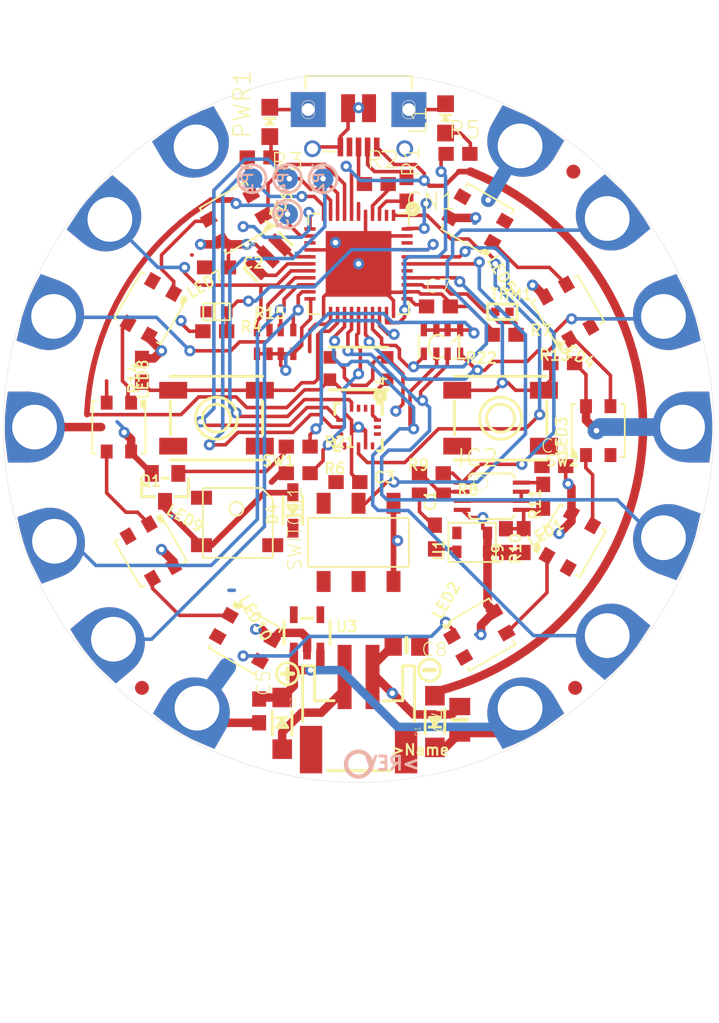
<source format=kicad_pcb>
(kicad_pcb (version 20171130) (host pcbnew 5.1.6-c6e7f7d~87~ubuntu18.04.1)
  (layers (0 Top signal) (1 Route2 signal) (2 Route3 signal) (3 Route4 signal) (4 Route5 signal) (5 Route6 signal) (6 Route7 signal) (7 Route8 signal) (8 Route9 signal) (9 Route10 signal) (10 Route11 signal) (11 Route12 signal) (12 Route13 signal) (13 Route14 signal) (14 Route15 signal) (31 Bottom signal) (34 B.Paste user) (35 F.Paste user) (36 B.SilkS user) (37 F.SilkS user) (38 B.Mask user) (39 F.Mask user) (44 Edge.Cuts user))
  (net 0 "")
  (net 1 GND)
  (net 2 +5V)
  (net 3 VCC)
  (net 4 3.3V)
  (net 5 VCC/2)
  (net 6 "Net-(IC1-Pad3)")
  (net 7 /D-)
  (net 8 "Net-(IC1-Pad4)")
  (net 9 /D+)
  (net 10 /AREF)
  (net 11 /A5_LIGHT_SENSE)
  (net 12 /A4_SOUND_SENSE)
  (net 13 /A3_SWITCH)
  (net 14 /A2)
  (net 15 /A1_RIGHTBUTTON)
  (net 16 /A0_TEMP_SENSE)
  (net 17 /D13)
  (net 18 /SPEAKER)
  (net 19 /D10)
  (net 20 /D9)
  (net 21 /D8)
  (net 22 /D6)
  (net 23 /D12)
  (net 24 /LEFTBUTTON)
  (net 25 /TXLED)
  (net 26 /D1/TX)
  (net 27 /D0/RX)
  (net 28 /D2_SDA)
  (net 29 /D3_SCL)
  (net 30 "Net-(IC1-Pad17)")
  (net 31 "Net-(IC1-Pad16)")
  (net 32 /RST)
  (net 33 /D11)
  (net 34 /MISO)
  (net 35 /MOSI)
  (net 36 /SCK)
  (net 37 /NEOPIX)
  (net 38 "Net-(IC1-Pad2)")
  (net 39 /D7_LISINT)
  (net 40 "Net-(CN1-PadID)")
  (net 41 "Net-(LED1-Pad3)")
  (net 42 "Net-(LED1-Pad1)")
  (net 43 "Net-(LED10-Pad3)")
  (net 44 "Net-(LED3-Pad3)")
  (net 45 "Net-(LED4-Pad3)")
  (net 46 "Net-(LED5-Pad3)")
  (net 47 "Net-(LED6-Pad3)")
  (net 48 "Net-(LED7-Pad3)")
  (net 49 "Net-(LED8-Pad3)")
  (net 50 "Net-(LED10-Pad1)")
  (net 51 "Net-(IC4-Pad9)")
  (net 52 "Net-(IC4-Pad3)")
  (net 53 "Net-(IC4-Pad2)")
  (net 54 "Net-(C1-Pad1)")
  (net 55 "Net-(C1-Pad2)")
  (net 56 "Net-(Q1-Pad1)")
  (net 57 "Net-(D4-PadA)")
  (net 58 "Net-(U3-Pad4)")
  (net 59 "Net-(IC2-Pad2)")
  (net 60 "Net-(C9-Pad1)")
  (net 61 "Net-(PWR1-PadA)")
  (net 62 "Net-(L1-PadA)")
  (net 63 "Net-(BATT1-Pad2)")
  (net 64 "Net-(SWITCH1-PadP2)")
  (module "Adafruit Circuit Playground:0603-NO" (layer Top) (at 151.9301 87.84808 270)
    (fp_text reference R1 (at -0.762 -1.016 90) (layer F.SilkS) (effects (font (size 1.2065 1.2065) (thickness 0.09652)) (justify left bottom)))
    (fp_text value 22)
    (pad 2 smd rect (at 0.85 0 270) (size 1.1 1) (layers Top F.Paste F.Mask) (net 6 "Net-(IC1-Pad3)"))
    (pad 1 smd rect (at -0.85 0 270) (size 1.1 1) (layers Top F.Paste F.Mask) (net 7 /D-))
  )
  (module "Adafruit Circuit Playground:0603-NO" (layer Top) (at 149.7711 87.46708)
    (fp_text reference R2 (at -0.762 -1.016) (layer F.SilkS) (effects (font (size 1.2065 1.2065) (thickness 0.09652)) (justify left bottom)))
    (fp_text value 22)
    (pad 2 smd rect (at 0.85 0) (size 1.1 1) (layers Top F.Paste F.Mask) (net 8 "Net-(IC1-Pad4)"))
    (pad 1 smd rect (at -0.85 0) (size 1.1 1) (layers Top F.Paste F.Mask) (net 9 /D+))
  )
  (module "Adafruit Circuit Playground:0805-NO" (layer Top) (at 155.7401 125.82108 90)
    (fp_text reference C4 (at -1 -0.875 90) (layer F.SilkS) (effects (font (size 0.9652 0.9652) (thickness 0.077216)) (justify left bottom)))
    (fp_text value 10uF)
    (pad 2 smd rect (at 0.95 0 90) (size 1.24 1.5) (layers Top F.Paste F.Mask) (net 1 GND))
    (pad 1 smd rect (at -0.95 0 90) (size 1.24 1.5) (layers Top F.Paste F.Mask) (net 3 VCC))
  )
  (module "Adafruit Circuit Playground:0603-NO" (layer Top) (at 141.3891 85.56208 180)
    (fp_text reference R3 (at -0.762 -1.016) (layer F.SilkS) (effects (font (size 1.2065 1.2065) (thickness 0.09652)) (justify left bottom)))
    (fp_text value 1K)
    (pad 2 smd rect (at 0.85 0 180) (size 1.1 1) (layers Top F.Paste F.Mask) (net 4 3.3V))
    (pad 1 smd rect (at -0.85 0 180) (size 1.1 1) (layers Top F.Paste F.Mask) (net 61 "Net-(PWR1-PadA)"))
  )
  (module "Adafruit Circuit Playground:CHIPLED_0805_NOOUTLINE" (layer Top) (at 142.1511 83.02208)
    (fp_text reference PWR1 (at -1.27 1.27 90) (layer F.SilkS) (effects (font (size 1.2065 1.2065) (thickness 0.09652)) (justify left bottom)))
    (fp_text value GREEN)
    (pad A smd rect (at 0 1.05) (size 1.2 1.2) (layers Top F.Paste F.Mask) (net 61 "Net-(PWR1-PadA)"))
    (pad C smd rect (at 0 -1.05) (size 1.2 1.2) (layers Top F.Paste F.Mask) (net 1 GND))
  )
  (module "Adafruit Circuit Playground:CHIPLED_0805_NOOUTLINE" (layer Top) (at 154.7241 82.76808)
    (fp_text reference L1 (at -1.27 1.27 90) (layer F.SilkS) (effects (font (size 1.2065 1.2065) (thickness 0.09652)) (justify left bottom)))
    (fp_text value RED)
    (pad A smd rect (at 0 1.05) (size 1.2 1.2) (layers Top F.Paste F.Mask) (net 62 "Net-(L1-PadA)"))
    (pad C smd rect (at 0 -1.05) (size 1.2 1.2) (layers Top F.Paste F.Mask) (net 1 GND))
  )
  (module "Adafruit Circuit Playground:TQFN44_7MM" (layer Top) (at 148.5011 93.18208 180)
    (fp_text reference IC1 (at -3.81 -6.985) (layer F.SilkS) (effects (font (size 1.6891 1.6891) (thickness 0.135128)) (justify left bottom)))
    (fp_text value ATMEGA32U4-MU)
    (pad THERMAL smd rect (at 0 0 180) (size 4.7 4.7) (layers Top F.Mask))
    (pad 44 smd rect (at -3.475 2.5 180) (size 0.8 0.25) (layers Top F.Paste F.Mask) (net 4 3.3V))
    (pad 43 smd rect (at -3.475 2 180) (size 0.8 0.25) (layers Top F.Paste F.Mask) (net 1 GND))
    (pad 42 smd rect (at -3.475 1.5 180) (size 0.8 0.25) (layers Top F.Paste F.Mask) (net 10 /AREF))
    (pad 41 smd rect (at -3.475 1 180) (size 0.8 0.25) (layers Top F.Paste F.Mask) (net 11 /A5_LIGHT_SENSE))
    (pad 40 smd rect (at -3.475 0.5 180) (size 0.8 0.25) (layers Top F.Paste F.Mask) (net 12 /A4_SOUND_SENSE))
    (pad 39 smd rect (at -3.475 0 180) (size 0.8 0.25) (layers Top F.Paste F.Mask) (net 13 /A3_SWITCH))
    (pad 38 smd rect (at -3.475 -0.5 180) (size 0.8 0.25) (layers Top F.Paste F.Mask) (net 14 /A2))
    (pad 37 smd rect (at -3.475 -1 180) (size 0.8 0.25) (layers Top F.Paste F.Mask) (net 15 /A1_RIGHTBUTTON))
    (pad 36 smd rect (at -3.475 -1.5 180) (size 0.8 0.25) (layers Top F.Paste F.Mask) (net 16 /A0_TEMP_SENSE))
    (pad 35 smd rect (at -3.475 -2 180) (size 0.8 0.25) (layers Top F.Paste F.Mask) (net 1 GND))
    (pad 34 smd rect (at -3.475 -2.5 180) (size 0.8 0.25) (layers Top F.Paste F.Mask) (net 4 3.3V))
    (pad 33 smd rect (at -2.5 -3.475 90) (size 0.8 0.25) (layers Top F.Paste F.Mask) (net 1 GND))
    (pad 32 smd rect (at -2 -3.475 90) (size 0.8 0.25) (layers Top F.Paste F.Mask) (net 17 /D13))
    (pad 31 smd rect (at -1.5 -3.475 90) (size 0.8 0.25) (layers Top F.Paste F.Mask) (net 18 /SPEAKER))
    (pad 30 smd rect (at -1 -3.475 90) (size 0.8 0.25) (layers Top F.Paste F.Mask) (net 19 /D10))
    (pad 29 smd rect (at -0.5 -3.475 90) (size 0.8 0.25) (layers Top F.Paste F.Mask) (net 20 /D9))
    (pad 28 smd rect (at 0 -3.475 90) (size 0.8 0.25) (layers Top F.Paste F.Mask) (net 21 /D8))
    (pad 27 smd rect (at 0.5 -3.475 90) (size 0.8 0.25) (layers Top F.Paste F.Mask) (net 22 /D6))
    (pad 26 smd rect (at 1 -3.475 90) (size 0.8 0.25) (layers Top F.Paste F.Mask) (net 23 /D12))
    (pad 25 smd rect (at 1.5 -3.475 90) (size 0.8 0.25) (layers Top F.Paste F.Mask) (net 24 /LEFTBUTTON))
    (pad 24 smd rect (at 2 -3.475 90) (size 0.8 0.25) (layers Top F.Paste F.Mask) (net 4 3.3V))
    (pad 23 smd rect (at 2.5 -3.475 90) (size 0.8 0.25) (layers Top F.Paste F.Mask) (net 1 GND))
    (pad 22 smd rect (at 3.475 -2.5) (size 0.8 0.25) (layers Top F.Paste F.Mask) (net 25 /TXLED))
    (pad 21 smd rect (at 3.475 -2) (size 0.8 0.25) (layers Top F.Paste F.Mask) (net 26 /D1/TX))
    (pad 20 smd rect (at 3.475 -1.5) (size 0.8 0.25) (layers Top F.Paste F.Mask) (net 27 /D0/RX))
    (pad 19 smd rect (at 3.475 -1) (size 0.8 0.25) (layers Top F.Paste F.Mask) (net 28 /D2_SDA))
    (pad 18 smd rect (at 3.475 -0.5) (size 0.8 0.25) (layers Top F.Paste F.Mask) (net 29 /D3_SCL))
    (pad 17 smd rect (at 3.475 0) (size 0.8 0.25) (layers Top F.Paste F.Mask) (net 30 "Net-(IC1-Pad17)"))
    (pad 16 smd rect (at 3.475 0.5) (size 0.8 0.25) (layers Top F.Paste F.Mask) (net 31 "Net-(IC1-Pad16)"))
    (pad 15 smd rect (at 3.475 1) (size 0.8 0.25) (layers Top F.Paste F.Mask) (net 1 GND))
    (pad 14 smd rect (at 3.475 1.5) (size 0.8 0.25) (layers Top F.Paste F.Mask) (net 4 3.3V))
    (pad 13 smd rect (at 3.475 2) (size 0.8 0.25) (layers Top F.Paste F.Mask) (net 32 /RST))
    (pad 12 smd rect (at 3.475 2.5) (size 0.8 0.25) (layers Top F.Paste F.Mask) (net 33 /D11))
    (pad 11 smd rect (at 2.5 3.475 270) (size 0.8 0.25) (layers Top F.Paste F.Mask) (net 34 /MISO))
    (pad 10 smd rect (at 2 3.475 270) (size 0.8 0.25) (layers Top F.Paste F.Mask) (net 35 /MOSI))
    (pad 9 smd rect (at 1.5 3.475 270) (size 0.8 0.25) (layers Top F.Paste F.Mask) (net 36 /SCK))
    (pad 8 smd rect (at 1 3.475 270) (size 0.8 0.25) (layers Top F.Paste F.Mask) (net 37 /NEOPIX))
    (pad 7 smd rect (at 0.5 3.475 270) (size 0.8 0.25) (layers Top F.Paste F.Mask) (net 2 +5V))
    (pad 6 smd rect (at 0 3.475 270) (size 0.8 0.25) (layers Top F.Paste F.Mask) (net 4 3.3V))
    (pad 5 smd rect (at -0.5 3.475 270) (size 0.8 0.25) (layers Top F.Paste F.Mask) (net 1 GND))
    (pad 4 smd rect (at -1 3.475 270) (size 0.8 0.25) (layers Top F.Paste F.Mask) (net 8 "Net-(IC1-Pad4)"))
    (pad 3 smd rect (at -1.5 3.475 270) (size 0.8 0.25) (layers Top F.Paste F.Mask) (net 6 "Net-(IC1-Pad3)"))
    (pad 2 smd rect (at -2 3.475 270) (size 0.8 0.25) (layers Top F.Paste F.Mask) (net 38 "Net-(IC1-Pad2)"))
    (pad 1 smd rect (at -2.5 3.475 270) (size 0.8 0.25) (layers Top F.Paste F.Mask) (net 39 /D7_LISINT))
  )
  (module "Adafruit Circuit Playground:BTN_KMR2_4.6X2.8" (layer Top) (at 148.5011 100.67508 180)
    (fp_text reference RESET1 hide)
    (fp_text value KMR2 hide)
    (pad A' smd rect (at -2.05 -0.8 180) (size 0.9 0.9) (layers Top F.Paste F.Mask) (net 32 /RST))
    (pad B' smd rect (at -2.05 0.8 180) (size 0.9 0.9) (layers Top F.Paste F.Mask) (net 1 GND))
    (pad B smd rect (at 2.05 0.8 180) (size 0.9 0.9) (layers Top F.Paste F.Mask) (net 1 GND))
    (pad A smd rect (at 2.05 -0.8 180) (size 0.9 0.9) (layers Top F.Paste F.Mask) (net 32 /RST))
  )
  (module "Adafruit Circuit Playground:0603-NO" (layer Top) (at 162.4711 107.66008)
    (fp_text reference C6 (at -1 -0.875) (layer F.SilkS) (effects (font (size 0.9652 0.9652) (thickness 0.077216)) (justify left bottom)))
    (fp_text value 1uF)
    (pad 2 smd rect (at 0.85 0) (size 1.1 1) (layers Top F.Paste F.Mask) (net 1 GND))
    (pad 1 smd rect (at -0.85 0) (size 1.1 1) (layers Top F.Paste F.Mask) (net 4 3.3V))
  )
  (module "Adafruit Circuit Playground:0603-NO" (layer Top) (at 154.2161 96.23008)
    (fp_text reference C7 (at -1 -0.875) (layer F.SilkS) (effects (font (size 0.9652 0.9652) (thickness 0.077216)) (justify left bottom)))
    (fp_text value 1uF)
    (pad 2 smd rect (at 0.85 0) (size 1.1 1) (layers Top F.Paste F.Mask) (net 1 GND))
    (pad 1 smd rect (at -0.85 0) (size 1.1 1) (layers Top F.Paste F.Mask) (net 4 3.3V))
  )
  (module "Adafruit Circuit Playground:0603-NO" (layer Top) (at 155.6131 85.30808)
    (fp_text reference R5 (at -0.762 -1.016) (layer F.SilkS) (effects (font (size 1.2065 1.2065) (thickness 0.09652)) (justify left bottom)))
    (fp_text value 1K)
    (pad 2 smd rect (at 0.85 0) (size 1.1 1) (layers Top F.Paste F.Mask) (net 62 "Net-(L1-PadA)"))
    (pad 1 smd rect (at -0.85 0) (size 1.1 1) (layers Top F.Paste F.Mask) (net 17 /D13))
  )
  (module "Adafruit Circuit Playground:4UCONN_20329_V2" (layer Top) (at 148.5011 84.03808 180)
    (fp_text reference CN1 (at -3.31 -5.35) (layer F.SilkS) (effects (font (size 1.2065 1.2065) (thickness 0.09652)) (justify left bottom)))
    (fp_text value "MicroB USB")
    (fp_line (start 3.15 2.2) (end 3.15 1.6) (layer Edge.Cuts) (width 0.05))
    (fp_arc (start 3.55 1.65) (end 3.15 1.6) (angle 90) (layer Edge.Cuts) (width 0.05))
    (fp_arc (start 3.65 1.65) (end 3.6 1.25) (angle 90) (layer Edge.Cuts) (width 0.05))
    (fp_line (start 4.05 1.6) (end 4.05 2.2) (layer Edge.Cuts) (width 0.05))
    (fp_arc (start 3.55 2.15) (end 3.6 2.55) (angle 90) (layer Edge.Cuts) (width 0.05))
    (fp_arc (start 3.65 2.15) (end 4.05 2.2) (angle 90) (layer Edge.Cuts) (width 0.05))
    (fp_line (start -4.05 2.15) (end -4.05 1.6) (layer Edge.Cuts) (width 0.05))
    (fp_arc (start -3.675 2.175) (end -3.7 2.55) (angle 90) (layer Edge.Cuts) (width 0.05))
    (fp_line (start -3.5 2.55) (end -3.7 2.55) (layer Edge.Cuts) (width 0.05))
    (fp_arc (start -3.525 2.175) (end -3.15 2.15) (angle 90) (layer Edge.Cuts) (width 0.05))
    (fp_line (start -3.15 1.6) (end -3.15 2.15) (layer Edge.Cuts) (width 0.05))
    (fp_arc (start -3.5 1.6) (end -3.5 1.25) (angle 90) (layer Edge.Cuts) (width 0.05))
    (fp_line (start -3.7 1.25) (end -3.5 1.25) (layer Edge.Cuts) (width 0.05))
    (fp_arc (start -3.7 1.6) (end -4.05 1.6) (angle 90) (layer Edge.Cuts) (width 0.05))
    (pad BASE@2 smd rect (at 0.75 2 270) (size 2 1) (layers Top F.Paste F.Mask) (net 1 GND))
    (pad BASE@1 smd rect (at -0.75 2 270) (size 2 1) (layers Top F.Paste F.Mask) (net 1 GND))
    (pad GND smd rect (at 1.3 -0.775 180) (size 0.4 1.35) (layers Top F.Paste F.Mask) (net 1 GND))
    (pad ID smd rect (at 0.65 -0.775 180) (size 0.4 1.35) (layers Top F.Paste F.Mask) (net 40 "Net-(CN1-PadID)"))
    (pad D+ smd rect (at 0 -0.775 180) (size 0.4 1.35) (layers Top F.Paste F.Mask) (net 9 /D+))
    (pad D- smd rect (at -0.65 -0.775 180) (size 0.4 1.35) (layers Top F.Paste F.Mask) (net 7 /D-))
    (pad VBUS smd rect (at -1.3 -0.775 180) (size 0.4 1.35) (layers Top F.Paste F.Mask) (net 2 +5V))
    (pad SPRT@2 thru_hole circle (at 3.3 -0.9 180) (size 1.2 1.2) (drill 0.8) (layers *.Cu *.Mask) (net 1 GND))
    (pad SPRT@1 thru_hole circle (at -3.3 -0.9) (size 1.2 1.2) (drill 0.8) (layers *.Cu *.Mask) (net 1 GND))
    (pad SPRT@3 thru_hole rect (at -3.6 1.9 270) (size 2.5 2.5) (drill 0.9) (layers *.Cu *.Mask) (net 1 GND))
    (pad SPRT@4 thru_hole rect (at 3.6 1.9 270) (size 2.5 2.5) (drill 0.9) (layers *.Cu *.Mask) (net 1 GND))
    (pad "" np_thru_hole circle (at 1.95 0 180) (size 0.7 0.7) (drill 0.7) (layers *.Cu *.Mask))
    (pad "" np_thru_hole circle (at -1.95 0 180) (size 0.7 0.7) (drill 0.7) (layers *.Cu *.Mask))
  )
  (module "Adafruit Circuit Playground:FIDUCIAL_1MM" (layer Top) (at 163.8681 86.57808)
    (fp_text reference U$2 hide)
    (fp_text value FIDUCIAL"" hide)
    (pad 1 smd roundrect (at 0 0) (size 1 1) (layers Top F.Mask) (roundrect_rratio 0.5))
  )
  (module "Adafruit Circuit Playground:FIDUCIAL_1MM" (layer Top) (at 163.9951 123.53508)
    (fp_text reference U$6 hide)
    (fp_text value FIDUCIAL"" hide)
    (pad 1 smd roundrect (at 0 0) (size 1 1) (layers Top F.Mask) (roundrect_rratio 0.5))
  )
  (module "Adafruit Circuit Playground:JSTPH2" (layer Top) (at 148.5011 126.45608 180)
    (fp_text reference BATT1 hide)
    (fp_text value 3-6VDC hide)
    (fp_text user >Name (at -2.2225 -1.9685 180) (layer F.SilkS) (effects (font (size 0.77216 0.77216) (thickness 0.146304)) (justify left bottom)))
    (pad NC2 smd rect (at 3.4 -1.5 270) (size 3.4 1.6) (layers Top F.Paste F.Mask))
    (pad NC1 smd rect (at -3.4 -1.5 270) (size 3.4 1.6) (layers Top F.Paste F.Mask))
    (pad 2 smd rect (at 1 3.7 180) (size 1 4.6) (layers Top F.Paste F.Mask) (net 63 "Net-(BATT1-Pad2)"))
    (pad 1 smd rect (at -1 3.7 180) (size 1 4.6) (layers Top F.Paste F.Mask) (net 1 GND))
  )
  (module "Adafruit Circuit Playground:SOD-123" (layer Top) (at 153.9621 125.94808 90)
    (fp_text reference D1 (at -1.1 -1 90) (layer F.SilkS) (effects (font (size 0.38608 0.38608) (thickness 0.030886)) (justify left bottom)))
    (fp_text value "SCHOTTKY (1A)")
    (pad A smd rect (at 1.85 0 180) (size 1.4 1.4) (layers Top F.Paste F.Mask) (net 2 +5V))
    (pad C smd rect (at -1.85 0 180) (size 1.4 1.4) (layers Top F.Paste F.Mask) (net 3 VCC))
  )
  (module "Adafruit Circuit Playground:SOD-123" (layer Top) (at 143.0401 126.07508 270)
    (fp_text reference D2 (at -1.1 -1 90) (layer F.SilkS) (effects (font (size 0.38608 0.38608) (thickness 0.030886)) (justify left bottom)))
    (fp_text value "SCHOTTKY (1A)")
    (pad A smd rect (at 1.85 0) (size 1.4 1.4) (layers Top F.Paste F.Mask) (net 63 "Net-(BATT1-Pad2)"))
    (pad C smd rect (at -1.85 0) (size 1.4 1.4) (layers Top F.Paste F.Mask) (net 3 VCC))
  )
  (module "Adafruit Circuit Playground:0603-NO" (layer Top) (at 141.3891 125.18608 270)
    (fp_text reference C5 (at -1 -0.875 90) (layer F.SilkS) (effects (font (size 0.9652 0.9652) (thickness 0.077216)) (justify left bottom)))
    (fp_text value 1uF)
    (pad 2 smd rect (at 0.85 0 270) (size 1.1 1) (layers Top F.Paste F.Mask) (net 1 GND))
    (pad 1 smd rect (at -0.85 0 270) (size 1.1 1) (layers Top F.Paste F.Mask) (net 3 VCC))
  )
  (module "Adafruit Circuit Playground:0805-NO" (layer Top) (at 151.9301 120.48708 180)
    (fp_text reference C8 (at -1 -0.875) (layer F.SilkS) (effects (font (size 0.9652 0.9652) (thickness 0.077216)) (justify left bottom)))
    (fp_text value 10uF)
    (pad 2 smd rect (at 0.95 0 180) (size 1.24 1.5) (layers Top F.Paste F.Mask) (net 1 GND))
    (pad 1 smd rect (at -0.95 0 180) (size 1.24 1.5) (layers Top F.Paste F.Mask) (net 4 3.3V))
  )
  (module "Adafruit Circuit Playground:SEWALLI" (layer Top) (at 159.8041 85.18108 330)
    (fp_text reference 3V3TAP2 hide)
    (fp_text value SEWTAP-ALLIGATOR hide)
    (fp_poly (pts (xy 2.54 -2.413) (xy 1.698123 -2.536316) (xy 0.8505 -2.610474) (xy 0 -2.635221) (xy -0.850501 -2.610474) (xy -2.54 -2.413) (xy -2.54 -0.889) (xy -2.51827 -0.557463) (xy -2.453452 -0.2316) (xy -2.346654 0.083016) (xy -2.199705 0.381) (xy -2.015117 0.657254) (xy -1.796051 0.907051) (xy -1.546254 1.126117) (xy -1.27 1.310705) (xy -0.972016 1.457654) (xy -0.6574 1.564452) (xy -0.331537 1.62927) (xy 0 1.651) (xy 0.331537 1.62927) (xy 0.6574 1.564452) (xy 0.972016 1.457654) (xy 1.27 1.310705) (xy 1.546254 1.126117) (xy 1.796051 0.907051) (xy 2.015117 0.657254) (xy 2.199705 0.381) (xy 2.346654 0.083016) (xy 2.453452 -0.2316) (xy 2.54 -0.889)) (layer Bottom) (width 0))
    (fp_poly (pts (xy 2.54 -2.413) (xy 1.698123 -2.536316) (xy 0.8505 -2.610474) (xy 0 -2.635221) (xy -0.850501 -2.610474) (xy -2.54 -2.413) (xy -2.54 -0.889) (xy -2.51827 -0.557463) (xy -2.453452 -0.2316) (xy -2.346654 0.083016) (xy -2.199705 0.381) (xy -2.015117 0.657254) (xy -1.796051 0.907051) (xy -1.546254 1.126117) (xy -1.27 1.310705) (xy -0.972016 1.457654) (xy -0.6574 1.564452) (xy -0.331537 1.62927) (xy 0 1.651) (xy 0.331537 1.62927) (xy 0.6574 1.564452) (xy 0.972016 1.457654) (xy 1.27 1.310705) (xy 1.546254 1.126117) (xy 1.796051 0.907051) (xy 2.015117 0.657254) (xy 2.199705 0.381) (xy 2.346654 0.083016) (xy 2.453452 -0.2316) (xy 2.54 -0.889)) (layer Top) (width 0))
    (pad P$1 thru_hole circle (at 0 -0.508 330) (size 4.216 4.216) (drill 3.2) (layers *.Cu *.Mask) (net 4 3.3V))
  )
  (module "Adafruit Circuit Playground:SEWALLI" (layer Top) (at 159.8041 124.55108 210)
    (fp_text reference VCC2 hide)
    (fp_text value SEWTAP-ALLIGATOR hide)
    (fp_poly (pts (xy 2.54 -2.413) (xy 1.698123 -2.536316) (xy 0.8505 -2.610474) (xy 0 -2.635221) (xy -0.850501 -2.610474) (xy -2.54 -2.413) (xy -2.54 -0.889) (xy -2.51827 -0.557463) (xy -2.453452 -0.2316) (xy -2.346654 0.083016) (xy -2.199705 0.381) (xy -2.015117 0.657254) (xy -1.796051 0.907051) (xy -1.546254 1.126117) (xy -1.27 1.310705) (xy -0.972016 1.457654) (xy -0.6574 1.564452) (xy -0.331537 1.62927) (xy 0 1.651) (xy 0.331537 1.62927) (xy 0.6574 1.564452) (xy 0.972016 1.457654) (xy 1.27 1.310705) (xy 1.546254 1.126117) (xy 1.796051 0.907051) (xy 2.015117 0.657254) (xy 2.199705 0.381) (xy 2.346654 0.083016) (xy 2.453452 -0.2316) (xy 2.54 -0.889)) (layer Bottom) (width 0))
    (fp_poly (pts (xy 2.54 -2.413) (xy 1.698123 -2.536316) (xy 0.8505 -2.610474) (xy 0 -2.635221) (xy -0.850501 -2.610474) (xy -2.54 -2.413) (xy -2.54 -0.889) (xy -2.51827 -0.557463) (xy -2.453452 -0.2316) (xy -2.346654 0.083016) (xy -2.199705 0.381) (xy -2.015117 0.657254) (xy -1.796051 0.907051) (xy -1.546254 1.126117) (xy -1.27 1.310705) (xy -0.972016 1.457654) (xy -0.6574 1.564452) (xy -0.331537 1.62927) (xy 0 1.651) (xy 0.331537 1.62927) (xy 0.6574 1.564452) (xy 0.972016 1.457654) (xy 1.27 1.310705) (xy 1.546254 1.126117) (xy 1.796051 0.907051) (xy 2.015117 0.657254) (xy 2.199705 0.381) (xy 2.346654 0.083016) (xy 2.453452 -0.2316) (xy 2.54 -0.889)) (layer Top) (width 0))
    (pad P$1 thru_hole circle (at 0 -0.508 210) (size 4.216 4.216) (drill 3.2) (layers *.Cu *.Mask) (net 3 VCC))
  )
  (module "Adafruit Circuit Playground:SEWALLI" (layer Top) (at 131.1021 90.32458 50)
    (fp_text reference SCL1 hide)
    (fp_text value SEWTAP-ALLIGATOR hide)
    (fp_poly (pts (xy 2.54 -2.413) (xy 1.698123 -2.536316) (xy 0.8505 -2.610474) (xy 0 -2.635221) (xy -0.850501 -2.610474) (xy -2.54 -2.413) (xy -2.54 -0.889) (xy -2.51827 -0.557463) (xy -2.453452 -0.2316) (xy -2.346654 0.083016) (xy -2.199705 0.381) (xy -2.015117 0.657254) (xy -1.796051 0.907051) (xy -1.546254 1.126117) (xy -1.27 1.310705) (xy -0.972016 1.457654) (xy -0.6574 1.564452) (xy -0.331537 1.62927) (xy 0 1.651) (xy 0.331537 1.62927) (xy 0.6574 1.564452) (xy 0.972016 1.457654) (xy 1.27 1.310705) (xy 1.546254 1.126117) (xy 1.796051 0.907051) (xy 2.015117 0.657254) (xy 2.199705 0.381) (xy 2.346654 0.083016) (xy 2.453452 -0.2316) (xy 2.54 -0.889)) (layer Bottom) (width 0))
    (fp_poly (pts (xy 2.54 -2.413) (xy 1.698123 -2.536316) (xy 0.8505 -2.610474) (xy 0 -2.635221) (xy -0.850501 -2.610474) (xy -2.54 -2.413) (xy -2.54 -0.889) (xy -2.51827 -0.557463) (xy -2.453452 -0.2316) (xy -2.346654 0.083016) (xy -2.199705 0.381) (xy -2.015117 0.657254) (xy -1.796051 0.907051) (xy -1.546254 1.126117) (xy -1.27 1.310705) (xy -0.972016 1.457654) (xy -0.6574 1.564452) (xy -0.331537 1.62927) (xy 0 1.651) (xy 0.331537 1.62927) (xy 0.6574 1.564452) (xy 0.972016 1.457654) (xy 1.27 1.310705) (xy 1.546254 1.126117) (xy 1.796051 0.907051) (xy 2.015117 0.657254) (xy 2.199705 0.381) (xy 2.346654 0.083016) (xy 2.453452 -0.2316) (xy 2.54 -0.889)) (layer Top) (width 0))
    (pad P$1 thru_hole circle (at 0 -0.508 50) (size 4.216 4.216) (drill 3.2) (layers *.Cu *.Mask) (net 29 /D3_SCL))
  )
  (module "Adafruit Circuit Playground:SEWALLI" (layer Top) (at 131.3561 119.72508 130)
    (fp_text reference TX1 hide)
    (fp_text value SEWTAP-ALLIGATOR hide)
    (fp_poly (pts (xy 2.54 -2.413) (xy 1.698123 -2.536316) (xy 0.8505 -2.610474) (xy 0 -2.635221) (xy -0.850501 -2.610474) (xy -2.54 -2.413) (xy -2.54 -0.889) (xy -2.51827 -0.557463) (xy -2.453452 -0.2316) (xy -2.346654 0.083016) (xy -2.199705 0.381) (xy -2.015117 0.657254) (xy -1.796051 0.907051) (xy -1.546254 1.126117) (xy -1.27 1.310705) (xy -0.972016 1.457654) (xy -0.6574 1.564452) (xy -0.331537 1.62927) (xy 0 1.651) (xy 0.331537 1.62927) (xy 0.6574 1.564452) (xy 0.972016 1.457654) (xy 1.27 1.310705) (xy 1.546254 1.126117) (xy 1.796051 0.907051) (xy 2.015117 0.657254) (xy 2.199705 0.381) (xy 2.346654 0.083016) (xy 2.453452 -0.2316) (xy 2.54 -0.889)) (layer Bottom) (width 0))
    (fp_poly (pts (xy 2.54 -2.413) (xy 1.698123 -2.536316) (xy 0.8505 -2.610474) (xy 0 -2.635221) (xy -0.850501 -2.610474) (xy -2.54 -2.413) (xy -2.54 -0.889) (xy -2.51827 -0.557463) (xy -2.453452 -0.2316) (xy -2.346654 0.083016) (xy -2.199705 0.381) (xy -2.015117 0.657254) (xy -1.796051 0.907051) (xy -1.546254 1.126117) (xy -1.27 1.310705) (xy -0.972016 1.457654) (xy -0.6574 1.564452) (xy -0.331537 1.62927) (xy 0 1.651) (xy 0.331537 1.62927) (xy 0.6574 1.564452) (xy 0.972016 1.457654) (xy 1.27 1.310705) (xy 1.546254 1.126117) (xy 1.796051 0.907051) (xy 2.015117 0.657254) (xy 2.199705 0.381) (xy 2.346654 0.083016) (xy 2.453452 -0.2316) (xy 2.54 -0.889)) (layer Top) (width 0))
    (pad P$1 thru_hole circle (at 0 -0.508 130) (size 4.216 4.216) (drill 3.2) (layers *.Cu *.Mask) (net 26 /D1/TX))
  )
  (module "Adafruit Circuit Playground:SEWALLI" (layer Top) (at 127.2286 112.86708 110)
    (fp_text reference RX1 hide)
    (fp_text value SEWTAP-ALLIGATOR hide)
    (fp_poly (pts (xy 2.54 -2.413) (xy 1.698123 -2.536316) (xy 0.8505 -2.610474) (xy 0 -2.635221) (xy -0.850501 -2.610474) (xy -2.54 -2.413) (xy -2.54 -0.889) (xy -2.51827 -0.557463) (xy -2.453452 -0.2316) (xy -2.346654 0.083016) (xy -2.199705 0.381) (xy -2.015117 0.657254) (xy -1.796051 0.907051) (xy -1.546254 1.126117) (xy -1.27 1.310705) (xy -0.972016 1.457654) (xy -0.6574 1.564452) (xy -0.331537 1.62927) (xy 0 1.651) (xy 0.331537 1.62927) (xy 0.6574 1.564452) (xy 0.972016 1.457654) (xy 1.27 1.310705) (xy 1.546254 1.126117) (xy 1.796051 0.907051) (xy 2.015117 0.657254) (xy 2.199705 0.381) (xy 2.346654 0.083016) (xy 2.453452 -0.2316) (xy 2.54 -0.889)) (layer Bottom) (width 0))
    (fp_poly (pts (xy 2.54 -2.413) (xy 1.698123 -2.536316) (xy 0.8505 -2.610474) (xy 0 -2.635221) (xy -0.850501 -2.610474) (xy -2.54 -2.413) (xy -2.54 -0.889) (xy -2.51827 -0.557463) (xy -2.453452 -0.2316) (xy -2.346654 0.083016) (xy -2.199705 0.381) (xy -2.015117 0.657254) (xy -1.796051 0.907051) (xy -1.546254 1.126117) (xy -1.27 1.310705) (xy -0.972016 1.457654) (xy -0.6574 1.564452) (xy -0.331537 1.62927) (xy 0 1.651) (xy 0.331537 1.62927) (xy 0.6574 1.564452) (xy 0.972016 1.457654) (xy 1.27 1.310705) (xy 1.546254 1.126117) (xy 1.796051 0.907051) (xy 2.015117 0.657254) (xy 2.199705 0.381) (xy 2.346654 0.083016) (xy 2.453452 -0.2316) (xy 2.54 -0.889)) (layer Top) (width 0))
    (pad P$1 thru_hole circle (at 0 -0.508 110) (size 4.216 4.216) (drill 3.2) (layers *.Cu *.Mask) (net 27 /D0/RX))
  )
  (module "Adafruit Circuit Playground:SEWALLI" (layer Top) (at 127.1651 97.11908 70)
    (fp_text reference SDA1 hide)
    (fp_text value SEWTAP-ALLIGATOR hide)
    (fp_poly (pts (xy 2.54 -2.413) (xy 1.698123 -2.536316) (xy 0.8505 -2.610474) (xy 0 -2.635221) (xy -0.850501 -2.610474) (xy -2.54 -2.413) (xy -2.54 -0.889) (xy -2.51827 -0.557463) (xy -2.453452 -0.2316) (xy -2.346654 0.083016) (xy -2.199705 0.381) (xy -2.015117 0.657254) (xy -1.796051 0.907051) (xy -1.546254 1.126117) (xy -1.27 1.310705) (xy -0.972016 1.457654) (xy -0.6574 1.564452) (xy -0.331537 1.62927) (xy 0 1.651) (xy 0.331537 1.62927) (xy 0.6574 1.564452) (xy 0.972016 1.457654) (xy 1.27 1.310705) (xy 1.546254 1.126117) (xy 1.796051 0.907051) (xy 2.015117 0.657254) (xy 2.199705 0.381) (xy 2.346654 0.083016) (xy 2.453452 -0.2316) (xy 2.54 -0.889)) (layer Bottom) (width 0))
    (fp_poly (pts (xy 2.54 -2.413) (xy 1.698123 -2.536316) (xy 0.8505 -2.610474) (xy 0 -2.635221) (xy -0.850501 -2.610474) (xy -2.54 -2.413) (xy -2.54 -0.889) (xy -2.51827 -0.557463) (xy -2.453452 -0.2316) (xy -2.346654 0.083016) (xy -2.199705 0.381) (xy -2.015117 0.657254) (xy -1.796051 0.907051) (xy -1.546254 1.126117) (xy -1.27 1.310705) (xy -0.972016 1.457654) (xy -0.6574 1.564452) (xy -0.331537 1.62927) (xy 0 1.651) (xy 0.331537 1.62927) (xy 0.6574 1.564452) (xy 0.972016 1.457654) (xy 1.27 1.310705) (xy 1.546254 1.126117) (xy 1.796051 0.907051) (xy 2.015117 0.657254) (xy 2.199705 0.381) (xy 2.346654 0.083016) (xy 2.453452 -0.2316) (xy 2.54 -0.889)) (layer Top) (width 0))
    (pad P$1 thru_hole circle (at 0 -0.508 70) (size 4.216 4.216) (drill 3.2) (layers *.Cu *.Mask) (net 28 /D2_SDA))
  )
  (module "Adafruit Circuit Playground:SEWALLI" (layer Top) (at 165.9001 90.26108 310)
    (fp_text reference IO10 hide)
    (fp_text value SEWTAP-ALLIGATOR hide)
    (fp_poly (pts (xy 2.54 -2.413) (xy 1.698123 -2.536316) (xy 0.8505 -2.610474) (xy 0 -2.635221) (xy -0.850501 -2.610474) (xy -2.54 -2.413) (xy -2.54 -0.889) (xy -2.51827 -0.557463) (xy -2.453452 -0.2316) (xy -2.346654 0.083016) (xy -2.199705 0.381) (xy -2.015117 0.657254) (xy -1.796051 0.907051) (xy -1.546254 1.126117) (xy -1.27 1.310705) (xy -0.972016 1.457654) (xy -0.6574 1.564452) (xy -0.331537 1.62927) (xy 0 1.651) (xy 0.331537 1.62927) (xy 0.6574 1.564452) (xy 0.972016 1.457654) (xy 1.27 1.310705) (xy 1.546254 1.126117) (xy 1.796051 0.907051) (xy 2.015117 0.657254) (xy 2.199705 0.381) (xy 2.346654 0.083016) (xy 2.453452 -0.2316) (xy 2.54 -0.889)) (layer Bottom) (width 0))
    (fp_poly (pts (xy 2.54 -2.413) (xy 1.698123 -2.536316) (xy 0.8505 -2.610474) (xy 0 -2.635221) (xy -0.850501 -2.610474) (xy -2.54 -2.413) (xy -2.54 -0.889) (xy -2.51827 -0.557463) (xy -2.453452 -0.2316) (xy -2.346654 0.083016) (xy -2.199705 0.381) (xy -2.015117 0.657254) (xy -1.796051 0.907051) (xy -1.546254 1.126117) (xy -1.27 1.310705) (xy -0.972016 1.457654) (xy -0.6574 1.564452) (xy -0.331537 1.62927) (xy 0 1.651) (xy 0.331537 1.62927) (xy 0.6574 1.564452) (xy 0.972016 1.457654) (xy 1.27 1.310705) (xy 1.546254 1.126117) (xy 1.796051 0.907051) (xy 2.015117 0.657254) (xy 2.199705 0.381) (xy 2.346654 0.083016) (xy 2.453452 -0.2316) (xy 2.54 -0.889)) (layer Top) (width 0))
    (pad P$1 thru_hole circle (at 0 -0.508 310) (size 4.216 4.216) (drill 3.2) (layers *.Cu *.Mask) (net 19 /D10))
  )
  (module "Adafruit Circuit Playground:SEWALLI" (layer Top) (at 169.8371 97.11908 290)
    (fp_text reference IO9 hide)
    (fp_text value SEWTAP-ALLIGATOR hide)
    (fp_poly (pts (xy 2.54 -2.413) (xy 1.698123 -2.536316) (xy 0.8505 -2.610474) (xy 0 -2.635221) (xy -0.850501 -2.610474) (xy -2.54 -2.413) (xy -2.54 -0.889) (xy -2.51827 -0.557463) (xy -2.453452 -0.2316) (xy -2.346654 0.083016) (xy -2.199705 0.381) (xy -2.015117 0.657254) (xy -1.796051 0.907051) (xy -1.546254 1.126117) (xy -1.27 1.310705) (xy -0.972016 1.457654) (xy -0.6574 1.564452) (xy -0.331537 1.62927) (xy 0 1.651) (xy 0.331537 1.62927) (xy 0.6574 1.564452) (xy 0.972016 1.457654) (xy 1.27 1.310705) (xy 1.546254 1.126117) (xy 1.796051 0.907051) (xy 2.015117 0.657254) (xy 2.199705 0.381) (xy 2.346654 0.083016) (xy 2.453452 -0.2316) (xy 2.54 -0.889)) (layer Bottom) (width 0))
    (fp_poly (pts (xy 2.54 -2.413) (xy 1.698123 -2.536316) (xy 0.8505 -2.610474) (xy 0 -2.635221) (xy -0.850501 -2.610474) (xy -2.54 -2.413) (xy -2.54 -0.889) (xy -2.51827 -0.557463) (xy -2.453452 -0.2316) (xy -2.346654 0.083016) (xy -2.199705 0.381) (xy -2.015117 0.657254) (xy -1.796051 0.907051) (xy -1.546254 1.126117) (xy -1.27 1.310705) (xy -0.972016 1.457654) (xy -0.6574 1.564452) (xy -0.331537 1.62927) (xy 0 1.651) (xy 0.331537 1.62927) (xy 0.6574 1.564452) (xy 0.972016 1.457654) (xy 1.27 1.310705) (xy 1.546254 1.126117) (xy 1.796051 0.907051) (xy 2.015117 0.657254) (xy 2.199705 0.381) (xy 2.346654 0.083016) (xy 2.453452 -0.2316) (xy 2.54 -0.889)) (layer Top) (width 0))
    (pad P$1 thru_hole circle (at 0 -0.508 290) (size 4.216 4.216) (drill 3.2) (layers *.Cu *.Mask) (net 20 /D9))
  )
  (module "Adafruit Circuit Playground:SEWALLI" (layer Top) (at 169.8371 112.61308 250)
    (fp_text reference D6 hide)
    (fp_text value SEWTAP-ALLIGATOR hide)
    (fp_poly (pts (xy 2.54 -2.413) (xy 1.698123 -2.536316) (xy 0.8505 -2.610474) (xy 0 -2.635221) (xy -0.850501 -2.610474) (xy -2.54 -2.413) (xy -2.54 -0.889) (xy -2.51827 -0.557463) (xy -2.453452 -0.2316) (xy -2.346654 0.083016) (xy -2.199705 0.381) (xy -2.015117 0.657254) (xy -1.796051 0.907051) (xy -1.546254 1.126117) (xy -1.27 1.310705) (xy -0.972016 1.457654) (xy -0.6574 1.564452) (xy -0.331537 1.62927) (xy 0 1.651) (xy 0.331537 1.62927) (xy 0.6574 1.564452) (xy 0.972016 1.457654) (xy 1.27 1.310705) (xy 1.546254 1.126117) (xy 1.796051 0.907051) (xy 2.015117 0.657254) (xy 2.199705 0.381) (xy 2.346654 0.083016) (xy 2.453452 -0.2316) (xy 2.54 -0.889)) (layer Bottom) (width 0))
    (fp_poly (pts (xy 2.54 -2.413) (xy 1.698123 -2.536316) (xy 0.8505 -2.610474) (xy 0 -2.635221) (xy -0.850501 -2.610474) (xy -2.54 -2.413) (xy -2.54 -0.889) (xy -2.51827 -0.557463) (xy -2.453452 -0.2316) (xy -2.346654 0.083016) (xy -2.199705 0.381) (xy -2.015117 0.657254) (xy -1.796051 0.907051) (xy -1.546254 1.126117) (xy -1.27 1.310705) (xy -0.972016 1.457654) (xy -0.6574 1.564452) (xy -0.331537 1.62927) (xy 0 1.651) (xy 0.331537 1.62927) (xy 0.6574 1.564452) (xy 0.972016 1.457654) (xy 1.27 1.310705) (xy 1.546254 1.126117) (xy 1.796051 0.907051) (xy 2.015117 0.657254) (xy 2.199705 0.381) (xy 2.346654 0.083016) (xy 2.453452 -0.2316) (xy 2.54 -0.889)) (layer Top) (width 0))
    (pad P$1 thru_hole circle (at 0 -0.508 250) (size 4.216 4.216) (drill 3.2) (layers *.Cu *.Mask) (net 22 /D6))
  )
  (module "Adafruit Circuit Playground:SEWALLI" (layer Top) (at 165.9001 119.47108 230)
    (fp_text reference IO12 hide)
    (fp_text value SEWTAP-ALLIGATOR hide)
    (fp_poly (pts (xy 2.54 -2.413) (xy 1.698123 -2.536316) (xy 0.8505 -2.610474) (xy 0 -2.635221) (xy -0.850501 -2.610474) (xy -2.54 -2.413) (xy -2.54 -0.889) (xy -2.51827 -0.557463) (xy -2.453452 -0.2316) (xy -2.346654 0.083016) (xy -2.199705 0.381) (xy -2.015117 0.657254) (xy -1.796051 0.907051) (xy -1.546254 1.126117) (xy -1.27 1.310705) (xy -0.972016 1.457654) (xy -0.6574 1.564452) (xy -0.331537 1.62927) (xy 0 1.651) (xy 0.331537 1.62927) (xy 0.6574 1.564452) (xy 0.972016 1.457654) (xy 1.27 1.310705) (xy 1.546254 1.126117) (xy 1.796051 0.907051) (xy 2.015117 0.657254) (xy 2.199705 0.381) (xy 2.346654 0.083016) (xy 2.453452 -0.2316) (xy 2.54 -0.889)) (layer Bottom) (width 0))
    (fp_poly (pts (xy 2.54 -2.413) (xy 1.698123 -2.536316) (xy 0.8505 -2.610474) (xy 0 -2.635221) (xy -0.850501 -2.610474) (xy -2.54 -2.413) (xy -2.54 -0.889) (xy -2.51827 -0.557463) (xy -2.453452 -0.2316) (xy -2.346654 0.083016) (xy -2.199705 0.381) (xy -2.015117 0.657254) (xy -1.796051 0.907051) (xy -1.546254 1.126117) (xy -1.27 1.310705) (xy -0.972016 1.457654) (xy -0.6574 1.564452) (xy -0.331537 1.62927) (xy 0 1.651) (xy 0.331537 1.62927) (xy 0.6574 1.564452) (xy 0.972016 1.457654) (xy 1.27 1.310705) (xy 1.546254 1.126117) (xy 1.796051 0.907051) (xy 2.015117 0.657254) (xy 2.199705 0.381) (xy 2.346654 0.083016) (xy 2.453452 -0.2316) (xy 2.54 -0.889)) (layer Top) (width 0))
    (pad P$1 thru_hole circle (at 0 -0.508 230) (size 4.216 4.216) (drill 3.2) (layers *.Cu *.Mask) (net 23 /D12))
  )
  (module "Adafruit Circuit Playground:SEWALLI" (layer Top) (at 137.1346 85.24458 30)
    (fp_text reference GND3TAP1 hide)
    (fp_text value SEWTAP-ALLIGATOR hide)
    (fp_poly (pts (xy 2.54 -2.413) (xy 1.698123 -2.536316) (xy 0.8505 -2.610474) (xy 0 -2.635221) (xy -0.850501 -2.610474) (xy -2.54 -2.413) (xy -2.54 -0.889) (xy -2.51827 -0.557463) (xy -2.453452 -0.2316) (xy -2.346654 0.083016) (xy -2.199705 0.381) (xy -2.015117 0.657254) (xy -1.796051 0.907051) (xy -1.546254 1.126117) (xy -1.27 1.310705) (xy -0.972016 1.457654) (xy -0.6574 1.564452) (xy -0.331537 1.62927) (xy 0 1.651) (xy 0.331537 1.62927) (xy 0.6574 1.564452) (xy 0.972016 1.457654) (xy 1.27 1.310705) (xy 1.546254 1.126117) (xy 1.796051 0.907051) (xy 2.015117 0.657254) (xy 2.199705 0.381) (xy 2.346654 0.083016) (xy 2.453452 -0.2316) (xy 2.54 -0.889)) (layer Bottom) (width 0))
    (fp_poly (pts (xy 2.54 -2.413) (xy 1.698123 -2.536316) (xy 0.8505 -2.610474) (xy 0 -2.635221) (xy -0.850501 -2.610474) (xy -2.54 -2.413) (xy -2.54 -0.889) (xy -2.51827 -0.557463) (xy -2.453452 -0.2316) (xy -2.346654 0.083016) (xy -2.199705 0.381) (xy -2.015117 0.657254) (xy -1.796051 0.907051) (xy -1.546254 1.126117) (xy -1.27 1.310705) (xy -0.972016 1.457654) (xy -0.6574 1.564452) (xy -0.331537 1.62927) (xy 0 1.651) (xy 0.331537 1.62927) (xy 0.6574 1.564452) (xy 0.972016 1.457654) (xy 1.27 1.310705) (xy 1.546254 1.126117) (xy 1.796051 0.907051) (xy 2.015117 0.657254) (xy 2.199705 0.381) (xy 2.346654 0.083016) (xy 2.453452 -0.2316) (xy 2.54 -0.889)) (layer Top) (width 0))
    (pad P$1 thru_hole circle (at 0 -0.508 30) (size 4.216 4.216) (drill 3.2) (layers *.Cu *.Mask) (net 1 GND))
  )
  (module "Adafruit Circuit Playground:SEWALLI" (layer Top) (at 137.1981 124.55108 150)
    (fp_text reference GNDTAP2 hide)
    (fp_text value SEWTAP-ALLIGATOR hide)
    (fp_poly (pts (xy 2.54 -2.413) (xy 1.698123 -2.536316) (xy 0.8505 -2.610474) (xy 0 -2.635221) (xy -0.850501 -2.610474) (xy -2.54 -2.413) (xy -2.54 -0.889) (xy -2.51827 -0.557463) (xy -2.453452 -0.2316) (xy -2.346654 0.083016) (xy -2.199705 0.381) (xy -2.015117 0.657254) (xy -1.796051 0.907051) (xy -1.546254 1.126117) (xy -1.27 1.310705) (xy -0.972016 1.457654) (xy -0.6574 1.564452) (xy -0.331537 1.62927) (xy 0 1.651) (xy 0.331537 1.62927) (xy 0.6574 1.564452) (xy 0.972016 1.457654) (xy 1.27 1.310705) (xy 1.546254 1.126117) (xy 1.796051 0.907051) (xy 2.015117 0.657254) (xy 2.199705 0.381) (xy 2.346654 0.083016) (xy 2.453452 -0.2316) (xy 2.54 -0.889)) (layer Bottom) (width 0))
    (fp_poly (pts (xy 2.54 -2.413) (xy 1.698123 -2.536316) (xy 0.8505 -2.610474) (xy 0 -2.635221) (xy -0.850501 -2.610474) (xy -2.54 -2.413) (xy -2.54 -0.889) (xy -2.51827 -0.557463) (xy -2.453452 -0.2316) (xy -2.346654 0.083016) (xy -2.199705 0.381) (xy -2.015117 0.657254) (xy -1.796051 0.907051) (xy -1.546254 1.126117) (xy -1.27 1.310705) (xy -0.972016 1.457654) (xy -0.6574 1.564452) (xy -0.331537 1.62927) (xy 0 1.651) (xy 0.331537 1.62927) (xy 0.6574 1.564452) (xy 0.972016 1.457654) (xy 1.27 1.310705) (xy 1.546254 1.126117) (xy 1.796051 0.907051) (xy 2.015117 0.657254) (xy 2.199705 0.381) (xy 2.346654 0.083016) (xy 2.453452 -0.2316) (xy 2.54 -0.889)) (layer Top) (width 0))
    (pad P$1 thru_hole circle (at 0 -0.508 150) (size 4.216 4.216) (drill 3.2) (layers *.Cu *.Mask) (net 1 GND))
  )
  (module "Adafruit Circuit Playground:SEWALLI" (layer Top) (at 125.8316 104.86608 90)
    (fp_text reference 3.3VTAP1 hide)
    (fp_text value SEWTAP-ALLIGATOR hide)
    (fp_poly (pts (xy 2.54 -2.413) (xy 1.698123 -2.536316) (xy 0.8505 -2.610474) (xy 0 -2.635221) (xy -0.850501 -2.610474) (xy -2.54 -2.413) (xy -2.54 -0.889) (xy -2.51827 -0.557463) (xy -2.453452 -0.2316) (xy -2.346654 0.083016) (xy -2.199705 0.381) (xy -2.015117 0.657254) (xy -1.796051 0.907051) (xy -1.546254 1.126117) (xy -1.27 1.310705) (xy -0.972016 1.457654) (xy -0.6574 1.564452) (xy -0.331537 1.62927) (xy 0 1.651) (xy 0.331537 1.62927) (xy 0.6574 1.564452) (xy 0.972016 1.457654) (xy 1.27 1.310705) (xy 1.546254 1.126117) (xy 1.796051 0.907051) (xy 2.015117 0.657254) (xy 2.199705 0.381) (xy 2.346654 0.083016) (xy 2.453452 -0.2316) (xy 2.54 -0.889)) (layer Bottom) (width 0))
    (fp_poly (pts (xy 2.54 -2.413) (xy 1.698123 -2.536316) (xy 0.8505 -2.610474) (xy 0 -2.635221) (xy -0.850501 -2.610474) (xy -2.54 -2.413) (xy -2.54 -0.889) (xy -2.51827 -0.557463) (xy -2.453452 -0.2316) (xy -2.346654 0.083016) (xy -2.199705 0.381) (xy -2.015117 0.657254) (xy -1.796051 0.907051) (xy -1.546254 1.126117) (xy -1.27 1.310705) (xy -0.972016 1.457654) (xy -0.6574 1.564452) (xy -0.331537 1.62927) (xy 0 1.651) (xy 0.331537 1.62927) (xy 0.6574 1.564452) (xy 0.972016 1.457654) (xy 1.27 1.310705) (xy 1.546254 1.126117) (xy 1.796051 0.907051) (xy 2.015117 0.657254) (xy 2.199705 0.381) (xy 2.346654 0.083016) (xy 2.453452 -0.2316) (xy 2.54 -0.889)) (layer Top) (width 0))
    (pad P$1 thru_hole circle (at 0 -0.508 90) (size 4.216 4.216) (drill 3.2) (layers *.Cu *.Mask) (net 4 3.3V))
  )
  (module "Adafruit Circuit Playground:SEWALLI" (layer Top) (at 171.1706 104.86608 270)
    (fp_text reference GNDTAP1 hide)
    (fp_text value SEWTAP-ALLIGATOR hide)
    (fp_poly (pts (xy 2.54 -2.413) (xy 1.698123 -2.536316) (xy 0.8505 -2.610474) (xy 0 -2.635221) (xy -0.850501 -2.610474) (xy -2.54 -2.413) (xy -2.54 -0.889) (xy -2.51827 -0.557463) (xy -2.453452 -0.2316) (xy -2.346654 0.083016) (xy -2.199705 0.381) (xy -2.015117 0.657254) (xy -1.796051 0.907051) (xy -1.546254 1.126117) (xy -1.27 1.310705) (xy -0.972016 1.457654) (xy -0.6574 1.564452) (xy -0.331537 1.62927) (xy 0 1.651) (xy 0.331537 1.62927) (xy 0.6574 1.564452) (xy 0.972016 1.457654) (xy 1.27 1.310705) (xy 1.546254 1.126117) (xy 1.796051 0.907051) (xy 2.015117 0.657254) (xy 2.199705 0.381) (xy 2.346654 0.083016) (xy 2.453452 -0.2316) (xy 2.54 -0.889)) (layer Bottom) (width 0))
    (fp_poly (pts (xy 2.54 -2.413) (xy 1.698123 -2.536316) (xy 0.8505 -2.610474) (xy 0 -2.635221) (xy -0.850501 -2.610474) (xy -2.54 -2.413) (xy -2.54 -0.889) (xy -2.51827 -0.557463) (xy -2.453452 -0.2316) (xy -2.346654 0.083016) (xy -2.199705 0.381) (xy -2.015117 0.657254) (xy -1.796051 0.907051) (xy -1.546254 1.126117) (xy -1.27 1.310705) (xy -0.972016 1.457654) (xy -0.6574 1.564452) (xy -0.331537 1.62927) (xy 0 1.651) (xy 0.331537 1.62927) (xy 0.6574 1.564452) (xy 0.972016 1.457654) (xy 1.27 1.310705) (xy 1.546254 1.126117) (xy 1.796051 0.907051) (xy 2.015117 0.657254) (xy 2.199705 0.381) (xy 2.346654 0.083016) (xy 2.453452 -0.2316) (xy 2.54 -0.889)) (layer Top) (width 0))
    (pad P$1 thru_hole circle (at 0 -0.508 270) (size 4.216 4.216) (drill 3.2) (layers *.Cu *.Mask) (net 1 GND))
  )
  (module "Adafruit Circuit Playground:EG1390" (layer Top) (at 148.5011 113.12108)
    (fp_text reference SWITCH1 (at -4 2.1 90) (layer F.SilkS) (effects (font (size 0.9652 0.9652) (thickness 0.077216)) (justify left bottom)))
    (fp_text value EG1390)
    (pad "" np_thru_hole circle (at -1.5 0) (size 1 1) (drill 1) (layers *.Cu *.Mask))
    (pad "" np_thru_hole circle (at 1.5 0) (size 1 1) (drill 1) (layers *.Cu *.Mask))
    (pad O2 smd rect (at -2.5 2.8) (size 1 1.5) (layers Top F.Paste F.Mask) (net 4 3.3V))
    (pad P2 smd rect (at 0 2.8) (size 1 1.5) (layers Top F.Paste F.Mask) (net 64 "Net-(SWITCH1-PadP2)"))
    (pad S2 smd rect (at 2.5 2.8) (size 1 1.5) (layers Top F.Paste F.Mask) (net 1 GND))
    (pad S1 smd rect (at 2.5 -2.8) (size 1 1.5) (layers Top F.Paste F.Mask) (net 1 GND))
    (pad P1 smd rect (at 0 -2.8) (size 1 1.5) (layers Top F.Paste F.Mask) (net 13 /A3_SWITCH))
    (pad O1 smd rect (at -2.5 -2.8) (size 1 1.5) (layers Top F.Paste F.Mask) (net 4 3.3V))
  )
  (module "Adafruit Circuit Playground:FLORAMED" (layer Bottom) (at 160.1851 102.96108 180)
    (fp_text reference U$4 hide)
    (fp_text value "" hide)
  )
  (module "Adafruit Circuit Playground:RESONATOR-SMD" (layer Top) (at 142.0241 92.67408 45)
    (fp_text reference Y1 hide)
    (fp_text value 8MHz hide)
    (fp_text user >Name (at -0.889 -1.27 45) (layer F.SilkS) (effects (font (size 0.38608 0.38608) (thickness 0.032512)) (justify left bottom)))
    (pad 3 smd rect (at 1.2 0 45) (size 0.7 1.7) (layers Top F.Paste F.Mask) (net 31 "Net-(IC1-Pad16)"))
    (pad 2 smd rect (at 0 0 45) (size 0.7 1.7) (layers Top F.Paste F.Mask) (net 1 GND))
    (pad 1 smd rect (at -1.2 0 45) (size 0.7 1.7) (layers Top F.Paste F.Mask) (net 30 "Net-(IC1-Pad17)"))
  )
  (module "Adafruit Circuit Playground:FIDUCIAL_1MM" (layer Top) (at 133.0071 123.53508)
    (fp_text reference U$3 hide)
    (fp_text value FIDUCIAL"" hide)
    (pad 1 smd roundrect (at 0 0) (size 1 1) (layers Top F.Mask) (roundrect_rratio 0.5))
  )
  (module "Adafruit Circuit Playground:EVQ-Q2_SMALLER" (layer Top) (at 138.3411 104.23108 180)
    (fp_text reference SW1 (at -3.175 -3.5) (layer F.SilkS) (effects (font (size 0.77216 0.77216) (thickness 0.138988)) (justify left bottom)))
    (fp_text value EVQQ)
    (pad A smd rect (at -3.1 2 180) (size 2 1.2) (layers Top F.Paste F.Mask) (net 24 /LEFTBUTTON))
    (pad A' smd rect (at 3.1 2 180) (size 2 1.2) (layers Top F.Paste F.Mask) (net 24 /LEFTBUTTON))
    (pad B' smd rect (at 3.1 -2 180) (size 2 1.2) (layers Top F.Paste F.Mask) (net 4 3.3V))
    (pad B smd rect (at -3.1 -2 180) (size 2 1.2) (layers Top F.Paste F.Mask) (net 4 3.3V))
  )
  (module "Adafruit Circuit Playground:EVQ-Q2_SMALLER" (layer Top) (at 158.6611 104.23108 180)
    (fp_text reference SW2 (at -3.175 -3.5) (layer F.SilkS) (effects (font (size 0.77216 0.77216) (thickness 0.138988)) (justify left bottom)))
    (fp_text value EVQQ)
    (pad A smd rect (at -3.1 2 180) (size 2 1.2) (layers Top F.Paste F.Mask) (net 15 /A1_RIGHTBUTTON))
    (pad A' smd rect (at 3.1 2 180) (size 2 1.2) (layers Top F.Paste F.Mask) (net 15 /A1_RIGHTBUTTON))
    (pad B' smd rect (at 3.1 -2 180) (size 2 1.2) (layers Top F.Paste F.Mask) (net 4 3.3V))
    (pad B smd rect (at -3.1 -2 180) (size 2 1.2) (layers Top F.Paste F.Mask) (net 4 3.3V))
  )
  (module "Adafruit Circuit Playground:LED3535" (layer Top) (at 163.6141 112.99408 60)
    (fp_text reference LED1 (at -1.905 -2.159001 30) (layer F.SilkS) (effects (font (size 0.77216 0.77216) (thickness 0.138988)) (justify left bottom)))
    (fp_text value WS2812B3535)
    (pad 3 smd rect (at 1.75 0.875 150) (size 0.85 1) (layers Top F.Paste F.Mask) (net 41 "Net-(LED1-Pad3)"))
    (pad 2 smd rect (at -1.75 0.875 150) (size 0.85 1) (layers Top F.Paste F.Mask) (net 4 3.3V))
    (pad 4 smd rect (at 1.75 -0.875 150) (size 0.85 1) (layers Top F.Paste F.Mask) (net 1 GND))
    (pad 1 smd rect (at -1.75 -0.875 150) (size 0.85 1) (layers Top F.Paste F.Mask) (net 42 "Net-(LED1-Pad1)"))
  )
  (module "Adafruit Circuit Playground:LED3535" (layer Top) (at 157.1371 119.72508 30)
    (fp_text reference LED2 (at -1.905003 -2.159003 60) (layer F.SilkS) (effects (font (size 0.77216 0.77216) (thickness 0.138988)) (justify left bottom)))
    (fp_text value WS2812B3535)
    (pad 3 smd rect (at 1.75 0.875 120) (size 0.85 1) (layers Top F.Paste F.Mask) (net 42 "Net-(LED1-Pad1)"))
    (pad 2 smd rect (at -1.75 0.875 120) (size 0.85 1) (layers Top F.Paste F.Mask) (net 4 3.3V))
    (pad 4 smd rect (at 1.75 -0.875 120) (size 0.85 1) (layers Top F.Paste F.Mask) (net 1 GND))
    (pad 1 smd rect (at -1.75 -0.875 120) (size 0.85 1) (layers Top F.Paste F.Mask) (net 43 "Net-(LED10-Pad3)"))
  )
  (module "Adafruit Circuit Playground:LED3535" (layer Top) (at 165.6461 105.12008 90)
    (fp_text reference LED3 (at -1.905 -2.159 90) (layer F.SilkS) (effects (font (size 0.77216 0.77216) (thickness 0.138988)) (justify left bottom)))
    (fp_text value WS2812B3535)
    (pad 3 smd rect (at 1.75 0.875 180) (size 0.85 1) (layers Top F.Paste F.Mask) (net 44 "Net-(LED3-Pad3)"))
    (pad 2 smd rect (at -1.75 0.875 180) (size 0.85 1) (layers Top F.Paste F.Mask) (net 4 3.3V))
    (pad 4 smd rect (at 1.75 -0.875 180) (size 0.85 1) (layers Top F.Paste F.Mask) (net 1 GND))
    (pad 1 smd rect (at -1.75 -0.875 180) (size 0.85 1) (layers Top F.Paste F.Mask) (net 41 "Net-(LED1-Pad3)"))
  )
  (module "Adafruit Circuit Playground:LED3535" (layer Top) (at 163.4871 96.61108 120)
    (fp_text reference LED4 (at -1.905003 -2.159003 -30) (layer F.SilkS) (effects (font (size 0.77216 0.77216) (thickness 0.138988)) (justify left bottom)))
    (fp_text value WS2812B3535)
    (pad 3 smd rect (at 1.75 0.875 210) (size 0.85 1) (layers Top F.Paste F.Mask) (net 45 "Net-(LED4-Pad3)"))
    (pad 2 smd rect (at -1.75 0.875 210) (size 0.85 1) (layers Top F.Paste F.Mask) (net 4 3.3V))
    (pad 4 smd rect (at 1.75 -0.875 210) (size 0.85 1) (layers Top F.Paste F.Mask) (net 1 GND))
    (pad 1 smd rect (at -1.75 -0.875 210) (size 0.85 1) (layers Top F.Paste F.Mask) (net 44 "Net-(LED3-Pad3)"))
  )
  (module "Adafruit Circuit Playground:LED3535" (layer Top) (at 157.0101 90.00708 150)
    (fp_text reference LED5 (at -1.905 -2.159001 -60) (layer F.SilkS) (effects (font (size 0.77216 0.77216) (thickness 0.138988)) (justify left bottom)))
    (fp_text value WS2812B3535)
    (pad 3 smd rect (at 1.75 0.875 240) (size 0.85 1) (layers Top F.Paste F.Mask) (net 46 "Net-(LED5-Pad3)"))
    (pad 2 smd rect (at -1.75 0.875 240) (size 0.85 1) (layers Top F.Paste F.Mask) (net 4 3.3V))
    (pad 4 smd rect (at 1.75 -0.875 240) (size 0.85 1) (layers Top F.Paste F.Mask) (net 1 GND))
    (pad 1 smd rect (at -1.75 -0.875 240) (size 0.85 1) (layers Top F.Paste F.Mask) (net 45 "Net-(LED4-Pad3)"))
  )
  (module "Adafruit Circuit Playground:LED3535" (layer Top) (at 139.7381 89.88008 210)
    (fp_text reference LED6 (at -1.905003 -2.159003 -120) (layer F.SilkS) (effects (font (size 0.77216 0.77216) (thickness 0.138988)) (justify left bottom)))
    (fp_text value WS2812B3535)
    (pad 3 smd rect (at 1.75 0.875 300) (size 0.85 1) (layers Top F.Paste F.Mask) (net 47 "Net-(LED6-Pad3)"))
    (pad 2 smd rect (at -1.75 0.875 300) (size 0.85 1) (layers Top F.Paste F.Mask) (net 4 3.3V))
    (pad 4 smd rect (at 1.75 -0.875 300) (size 0.85 1) (layers Top F.Paste F.Mask) (net 1 GND))
    (pad 1 smd rect (at -1.75 -0.875 300) (size 0.85 1) (layers Top F.Paste F.Mask) (net 37 /NEOPIX))
  )
  (module "Adafruit Circuit Playground:LED3535" (layer Top) (at 133.6421 96.35708 240)
    (fp_text reference LED7 (at -1.905 -2.159001 210) (layer F.SilkS) (effects (font (size 0.77216 0.77216) (thickness 0.138988)) (justify left bottom)))
    (fp_text value WS2812B3535)
    (pad 3 smd rect (at 1.75 0.875 330) (size 0.85 1) (layers Top F.Paste F.Mask) (net 48 "Net-(LED7-Pad3)"))
    (pad 2 smd rect (at -1.75 0.875 330) (size 0.85 1) (layers Top F.Paste F.Mask) (net 4 3.3V))
    (pad 4 smd rect (at 1.75 -0.875 330) (size 0.85 1) (layers Top F.Paste F.Mask) (net 1 GND))
    (pad 1 smd rect (at -1.75 -0.875 330) (size 0.85 1) (layers Top F.Paste F.Mask) (net 47 "Net-(LED6-Pad3)"))
  )
  (module "Adafruit Circuit Playground:LED3535" (layer Top) (at 131.3561 104.86608 270)
    (fp_text reference LED8 (at -1.905 -2.159 90) (layer F.SilkS) (effects (font (size 0.77216 0.77216) (thickness 0.138988)) (justify left bottom)))
    (fp_text value WS2812B3535)
    (pad 3 smd rect (at 1.75 0.875) (size 0.85 1) (layers Top F.Paste F.Mask) (net 49 "Net-(LED8-Pad3)"))
    (pad 2 smd rect (at -1.75 0.875) (size 0.85 1) (layers Top F.Paste F.Mask) (net 4 3.3V))
    (pad 4 smd rect (at 1.75 -0.875) (size 0.85 1) (layers Top F.Paste F.Mask) (net 1 GND))
    (pad 1 smd rect (at -1.75 -0.875) (size 0.85 1) (layers Top F.Paste F.Mask) (net 48 "Net-(LED7-Pad3)"))
  )
  (module "Adafruit Circuit Playground:LED3535" (layer Top) (at 133.6421 113.75608 300)
    (fp_text reference LED9 (at -1.905003 -2.159003 150) (layer F.SilkS) (effects (font (size 0.77216 0.77216) (thickness 0.138988)) (justify left bottom)))
    (fp_text value WS2812B3535)
    (pad 3 smd rect (at 1.75 0.875 30) (size 0.85 1) (layers Top F.Paste F.Mask) (net 50 "Net-(LED10-Pad1)"))
    (pad 2 smd rect (at -1.75 0.875 30) (size 0.85 1) (layers Top F.Paste F.Mask) (net 4 3.3V))
    (pad 4 smd rect (at 1.75 -0.875 30) (size 0.85 1) (layers Top F.Paste F.Mask) (net 1 GND))
    (pad 1 smd rect (at -1.75 -0.875 30) (size 0.85 1) (layers Top F.Paste F.Mask) (net 49 "Net-(LED8-Pad3)"))
  )
  (module "Adafruit Circuit Playground:LED3535" (layer Top) (at 140.3731 119.97908 330)
    (fp_text reference LED10 (at -1.905 -2.159001 120) (layer F.SilkS) (effects (font (size 0.77216 0.77216) (thickness 0.138988)) (justify left bottom)))
    (fp_text value WS2812B3535)
    (pad 3 smd rect (at 1.75 0.875 60) (size 0.85 1) (layers Top F.Paste F.Mask) (net 43 "Net-(LED10-Pad3)"))
    (pad 2 smd rect (at -1.75 0.875 60) (size 0.85 1) (layers Top F.Paste F.Mask) (net 4 3.3V))
    (pad 4 smd rect (at 1.75 -0.875 60) (size 0.85 1) (layers Top F.Paste F.Mask) (net 1 GND))
    (pad 1 smd rect (at -1.75 -0.875 60) (size 0.85 1) (layers Top F.Paste F.Mask) (net 50 "Net-(LED10-Pad1)"))
  )
  (module "Adafruit Circuit Playground:LGA16_3X3MM" (layer Top) (at 148.5011 104.86608 270)
    (fp_text reference IC4 (at -1.7 -2.1 90) (layer F.SilkS) (effects (font (size 0.77216 0.77216) (thickness 0.138988)) (justify left bottom)))
    (fp_text value LIS3DH)
    (pad 16 smd rect (at -0.5 -1.35 180) (size 0.5 0.25) (layers Top F.Paste F.Mask) (net 4 3.3V))
    (pad 15 smd rect (at 0 -1.35 180) (size 0.5 0.25) (layers Top F.Paste F.Mask) (net 4 3.3V))
    (pad 14 smd rect (at 0.5 -1.35 180) (size 0.5 0.25) (layers Top F.Paste F.Mask) (net 4 3.3V))
    (pad 13 smd rect (at 1.35 -1 90) (size 0.5 0.25) (layers Top F.Paste F.Mask) (net 4 3.3V))
    (pad 12 smd rect (at 1.35 -0.5 90) (size 0.5 0.25) (layers Top F.Paste F.Mask) (net 1 GND))
    (pad 11 smd rect (at 1.35 0 90) (size 0.5 0.25) (layers Top F.Paste F.Mask) (net 39 /D7_LISINT))
    (pad 10 smd rect (at 1.35 0.5 90) (size 0.5 0.25) (layers Top F.Paste F.Mask) (net 1 GND))
    (pad 9 smd rect (at 1.35 1 90) (size 0.5 0.25) (layers Top F.Paste F.Mask) (net 51 "Net-(IC4-Pad9)"))
    (pad 8 smd rect (at 0.5 1.35) (size 0.5 0.25) (layers Top F.Paste F.Mask) (net 21 /D8))
    (pad 7 smd rect (at 0 1.35) (size 0.5 0.25) (layers Top F.Paste F.Mask) (net 34 /MISO))
    (pad 6 smd rect (at -0.5 1.35) (size 0.5 0.25) (layers Top F.Paste F.Mask) (net 35 /MOSI))
    (pad 5 smd rect (at -1.35 1 270) (size 0.5 0.25) (layers Top F.Paste F.Mask) (net 1 GND))
    (pad 4 smd rect (at -1.35 0.5 270) (size 0.5 0.25) (layers Top F.Paste F.Mask) (net 36 /SCK))
    (pad 3 smd rect (at -1.35 0 270) (size 0.5 0.25) (layers Top F.Paste F.Mask) (net 52 "Net-(IC4-Pad3)"))
    (pad 2 smd rect (at -1.35 -0.5 270) (size 0.5 0.25) (layers Top F.Paste F.Mask) (net 53 "Net-(IC4-Pad2)"))
    (pad 1 smd rect (at -1.35 -1 270) (size 0.5 0.25) (layers Top F.Paste F.Mask) (net 4 3.3V))
  )
  (module "Adafruit Circuit Playground:ALS-PT19-315C" (layer Top) (at 138.3411 96.61108)
    (fp_text reference U2 hide)
    (fp_text value ALS-PT19-315C hide)
    (pad E smd rect (at 0.75 0) (size 0.8 0.8) (layers Top F.Paste F.Mask) (net 11 /A5_LIGHT_SENSE))
    (pad C smd rect (at -0.75 0) (size 0.8 0.8) (layers Top F.Paste F.Mask) (net 4 3.3V))
  )
  (module "Adafruit Circuit Playground:0603-NO" (layer Top) (at 138.2141 98.00808)
    (fp_text reference R4 (at 1.778 0.127) (layer F.SilkS) (effects (font (size 0.77216 0.77216) (thickness 0.138988)) (justify left bottom)))
    (fp_text value 10K)
    (pad 2 smd rect (at 0.85 0) (size 1.1 1) (layers Top F.Paste F.Mask) (net 11 /A5_LIGHT_SENSE))
    (pad 1 smd rect (at -0.85 0) (size 1.1 1) (layers Top F.Paste F.Mask) (net 1 GND))
  )
  (module "Adafruit Circuit Playground:SPW2430HR5H-B" (layer Top) (at 156.6291 113.12108 90)
    (fp_text reference U1 (at -1.4 -1.926 90) (layer F.SilkS) (effects (font (size 0.77216 0.77216) (thickness 0.138988)) (justify left bottom)))
    (fp_text value SPW2430)
    (pad 4 smd rect (at 0.675 -1.095 90) (size 0.9 0.66) (layers Top F.Paste F.Mask) (net 4 3.3V))
    (pad 3 smd rect (at 0.675 1.095 90) (size 0.9 0.66) (layers Top F.Paste F.Mask) (net 1 GND))
    (pad 2 smd rect (at -0.675 1.095 90) (size 0.9 0.66) (layers Top F.Paste F.Mask) (net 1 GND))
    (pad 1 smd rect (at -0.675 -1.095 90) (size 0.9 0.66) (layers Top F.Paste F.Mask) (net 54 "Net-(C1-Pad1)"))
  )
  (module "Adafruit Circuit Playground:_0402" (layer Top) (at 158.7881 96.61108)
    (fp_text reference THM1 (at -0.9525 -0.7939) (layer F.SilkS) (effects (font (size 0.77216 0.77216) (thickness 0.138988)) (justify left bottom)))
    (fp_text value 10K)
    (pad 2 smd rect (at 0.508 0) (size 0.6 0.6) (layers Top F.Paste F.Mask) (net 4 3.3V))
    (pad 1 smd rect (at -0.508 0) (size 0.6 0.6) (layers Top F.Paste F.Mask) (net 16 /A0_TEMP_SENSE))
  )
  (module "Adafruit Circuit Playground:0603-NO" (layer Top) (at 158.9151 98.26208)
    (fp_text reference R7 (at 1.778 0.127) (layer F.SilkS) (effects (font (size 0.77216 0.77216) (thickness 0.138988)) (justify left bottom)))
    (fp_text value 10K)
    (pad 2 smd rect (at 0.85 0) (size 1.1 1) (layers Top F.Paste F.Mask) (net 16 /A0_TEMP_SENSE))
    (pad 1 smd rect (at -0.85 0) (size 1.1 1) (layers Top F.Paste F.Mask) (net 1 GND))
  )
  (module "Adafruit Circuit Playground:0603-NO" (layer Top) (at 153.9621 112.74008 90)
    (fp_text reference C1 (at 1.778 0.127 90) (layer F.SilkS) (effects (font (size 0.77216 0.77216) (thickness 0.138988)) (justify left bottom)))
    (fp_text value 0.1uF)
    (pad 2 smd rect (at 0.85 0 90) (size 1.1 1) (layers Top F.Paste F.Mask) (net 55 "Net-(C1-Pad2)"))
    (pad 1 smd rect (at -0.85 0 90) (size 1.1 1) (layers Top F.Paste F.Mask) (net 54 "Net-(C1-Pad1)"))
  )
  (module "Adafruit Circuit Playground:0603-NO" (layer Top) (at 163.1061 100.29408 180)
    (fp_text reference R13 (at 1.778 0.127) (layer F.SilkS) (effects (font (size 0.77216 0.77216) (thickness 0.138988)) (justify left bottom)))
    (fp_text value 10K)
    (pad 2 smd rect (at 0.85 0 180) (size 1.1 1) (layers Top F.Paste F.Mask) (net 15 /A1_RIGHTBUTTON))
    (pad 1 smd rect (at -0.85 0 180) (size 1.1 1) (layers Top F.Paste F.Mask) (net 1 GND))
  )
  (module "Adafruit Circuit Playground:0603-NO" (layer Top) (at 133.0071 100.80208 270)
    (fp_text reference R14 (at 1.778 0.127 90) (layer F.SilkS) (effects (font (size 0.77216 0.77216) (thickness 0.138988)) (justify left bottom)))
    (fp_text value 10K)
    (pad 2 smd rect (at 0.85 0 270) (size 1.1 1) (layers Top F.Paste F.Mask) (net 24 /LEFTBUTTON))
    (pad 1 smd rect (at -0.85 0 270) (size 1.1 1) (layers Top F.Paste F.Mask) (net 1 GND))
  )
  (module "Adafruit Circuit Playground:SOT23-WIDE" (layer Top) (at 134.6581 109.18408 180)
    (fp_text reference Q1 (at 1.905 0) (layer F.SilkS) (effects (font (size 0.77216 0.77216) (thickness 0.138988)) (justify left bottom)))
    (fp_text value MMBT2222)
    (pad 1 smd rect (at -0.95 1 180) (size 1 1.2) (layers Top F.Paste F.Mask) (net 56 "Net-(Q1-Pad1)"))
    (pad 2 smd rect (at 0.95 1 180) (size 1 1.2) (layers Top F.Paste F.Mask) (net 1 GND))
    (pad 3 smd rect (at 0 -1 180) (size 1 1.2) (layers Top F.Paste F.Mask) (net 57 "Net-(D4-PadA)"))
  )
  (module "Adafruit Circuit Playground:0603-NO" (layer Top) (at 144.1831 106.26308)
    (fp_text reference R21 (at 1.778 0.127) (layer F.SilkS) (effects (font (size 0.77216 0.77216) (thickness 0.138988)) (justify left bottom)))
    (fp_text value 100)
    (pad 2 smd rect (at 0.85 0) (size 1.1 1) (layers Top F.Paste F.Mask) (net 18 /SPEAKER))
    (pad 1 smd rect (at -0.85 0) (size 1.1 1) (layers Top F.Paste F.Mask) (net 56 "Net-(Q1-Pad1)"))
  )
  (module "Adafruit Circuit Playground:TESTPOINT_ROUND_1.5MM" (layer Bottom) (at 140.8811 87.08608 270)
    (fp_text reference TP1 (at 1.143 -0.127 270) (layer B.SilkS) (effects (font (size 0.77216 0.77216) (thickness 0.146304)) (justify right bottom mirror)))
    (fp_text value MISO)
    (pad P$1 smd roundrect (at 0 0 270) (size 1.5 1.5) (layers Bottom B.Mask) (roundrect_rratio 0.5) (net 34 /MISO))
  )
  (module "Adafruit Circuit Playground:TESTPOINT_ROUND_1.5MM" (layer Bottom) (at 145.9611 87.08608 270)
    (fp_text reference TP2 (at 1.143 -0.127 270) (layer B.SilkS) (effects (font (size 0.77216 0.77216) (thickness 0.146304)) (justify right bottom mirror)))
    (fp_text value SCK)
    (pad P$1 smd roundrect (at 0 0 270) (size 1.5 1.5) (layers Bottom B.Mask) (roundrect_rratio 0.5) (net 36 /SCK))
  )
  (module "Adafruit Circuit Playground:TESTPOINT_ROUND_1.5MM" (layer Bottom) (at 143.4211 89.62608 270)
    (fp_text reference TP3 (at 1.143 -0.127 270) (layer B.SilkS) (effects (font (size 0.77216 0.77216) (thickness 0.146304)) (justify right bottom mirror)))
    (fp_text value RST)
    (pad P$1 smd roundrect (at 0 0 270) (size 1.5 1.5) (layers Bottom B.Mask) (roundrect_rratio 0.5) (net 32 /RST))
  )
  (module "Adafruit Circuit Playground:TESTPOINT_ROUND_1.5MM" (layer Bottom) (at 143.4211 87.08608 270)
    (fp_text reference TP4 (at 1.143 -0.127 270) (layer B.SilkS) (effects (font (size 0.77216 0.77216) (thickness 0.146304)) (justify right bottom mirror)))
    (fp_text value MOSI)
    (pad P$1 smd roundrect (at 0 0 270) (size 1.5 1.5) (layers Bottom B.Mask) (roundrect_rratio 0.5) (net 35 /MOSI))
  )
  (module "Adafruit Circuit Playground:SOD-323" (layer Top) (at 143.8021 110.83508 90)
    (fp_text reference D4 (at -1.1 -1 90) (layer F.SilkS) (effects (font (size 0.77216 0.77216) (thickness 0.138988)) (justify left bottom)))
    (fp_text value 1N4148)
    (pad A smd rect (at 1.27 0 90) (size 1.35 0.8) (layers Top F.Paste F.Mask) (net 57 "Net-(D4-PadA)"))
    (pad C smd rect (at -1.27 0 90) (size 1.35 0.8) (layers Top F.Paste F.Mask) (net 4 3.3V))
  )
  (module "Adafruit Circuit Playground:RESPACK_4X0603_NO" (layer Top) (at 154.4701 98.77008 180)
    (fp_text reference R22 (at -1.6 -1.6) (layer F.SilkS) (effects (font (size 0.77216 0.77216) (thickness 0.138988)) (justify left bottom)))
    (fp_text value 1M)
    (pad 3 smd rect (at 0.4 0.85 180) (size 0.45 0.9) (layers Top F.Paste F.Mask) (net 25 /TXLED))
    (pad 2 smd rect (at -0.4 0.85 180) (size 0.45 0.9) (layers Top F.Paste F.Mask) (net 25 /TXLED))
    (pad 4 smd rect (at 1.3 0.85 180) (size 0.45 0.9) (layers Top F.Paste F.Mask) (net 25 /TXLED))
    (pad 5 smd rect (at 1.3 -0.85 180) (size 0.45 0.9) (layers Top F.Paste F.Mask) (net 19 /D10))
    (pad 6 smd rect (at 0.4 -0.85 180) (size 0.45 0.9) (layers Top F.Paste F.Mask) (net 23 /D12))
    (pad 7 smd rect (at -0.4 -0.85 180) (size 0.45 0.9) (layers Top F.Paste F.Mask) (net 22 /D6))
    (pad 1 smd rect (at -1.3 0.85 180) (size 0.45 0.9) (layers Top F.Paste F.Mask) (net 25 /TXLED))
    (pad 8 smd rect (at -1.3 -0.85 180) (size 0.45 0.9) (layers Top F.Paste F.Mask) (net 20 /D9))
  )
  (module "Adafruit Circuit Playground:RESPACK_4X0603_NO" (layer Top) (at 142.5321 98.77008)
    (fp_text reference R15 (at -1.6 -1.6) (layer F.SilkS) (effects (font (size 0.77216 0.77216) (thickness 0.138988)) (justify left bottom)))
    (fp_text value 1M)
    (pad 3 smd rect (at 0.4 0.85) (size 0.45 0.9) (layers Top F.Paste F.Mask) (net 25 /TXLED))
    (pad 2 smd rect (at -0.4 0.85) (size 0.45 0.9) (layers Top F.Paste F.Mask) (net 25 /TXLED))
    (pad 4 smd rect (at 1.3 0.85) (size 0.45 0.9) (layers Top F.Paste F.Mask) (net 25 /TXLED))
    (pad 5 smd rect (at 1.3 -0.85) (size 0.45 0.9) (layers Top F.Paste F.Mask) (net 26 /D1/TX))
    (pad 6 smd rect (at 0.4 -0.85) (size 0.45 0.9) (layers Top F.Paste F.Mask) (net 27 /D0/RX))
    (pad 7 smd rect (at -0.4 -0.85) (size 0.45 0.9) (layers Top F.Paste F.Mask) (net 28 /D2_SDA))
    (pad 1 smd rect (at -1.3 0.85) (size 0.45 0.9) (layers Top F.Paste F.Mask) (net 25 /TXLED))
    (pad 8 smd rect (at -1.3 -0.85) (size 0.45 0.9) (layers Top F.Paste F.Mask) (net 29 /D3_SCL))
  )
  (module "Adafruit Circuit Playground:SOT23-5" (layer Top) (at 144.8181 119.59808)
    (fp_text reference U3 (at 1.978 0) (layer F.SilkS) (effects (font (size 0.77216 0.77216) (thickness 0.138988)) (justify left bottom)))
    (fp_text value AP2112K-3.3)
    (pad 5 smd rect (at -0.95 -1.3001) (size 0.55 1.2) (layers Top F.Paste F.Mask) (net 4 3.3V))
    (pad 4 smd rect (at 0.95 -1.3001) (size 0.55 1.2) (layers Top F.Paste F.Mask) (net 58 "Net-(U3-Pad4)"))
    (pad 3 smd rect (at 0.95 1.3001) (size 0.55 1.2) (layers Top F.Paste F.Mask) (net 3 VCC))
    (pad 2 smd rect (at 0 1.3001) (size 0.55 1.2) (layers Top F.Paste F.Mask) (net 1 GND))
    (pad 1 smd rect (at -0.95 1.3001) (size 0.55 1.2) (layers Top F.Paste F.Mask) (net 3 VCC))
  )
  (module "Adafruit Circuit Playground:SYMBOL_MINUS" (layer Top) (at 153.5811 122.26508)
    (fp_text reference U$1 hide)
    (fp_text value "" hide)
  )
  (module "Adafruit Circuit Playground:SYMBOL_PLUS" (layer Top) (at 143.4211 122.51908)
    (fp_text reference U$35 hide)
    (fp_text value "" hide)
  )
  (module "Adafruit Circuit Playground:BUZZER_SMT_5MM" (layer Top) (at 139.8651 111.72408)
    (fp_text reference SP1 hide)
    (fp_text value 8MM hide)
    (pad MT smd rect (at -2.6 -1.8 90) (size 1 1.5) (layers Top F.Paste F.Mask))
    (pad - smd rect (at 2.5 1.6 90) (size 1 1.5) (layers Top F.Paste F.Mask) (net 4 3.3V))
    (pad + smd rect (at -2.6 1.6 90) (size 1 1.5) (layers Top F.Paste F.Mask) (net 57 "Net-(D4-PadA)"))
  )
  (module "Adafruit Circuit Playground:0603-NO" (layer Top) (at 138.3411 93.43608)
    (fp_text reference C2 (at 1.778 0.127) (layer F.SilkS) (effects (font (size 0.77216 0.77216) (thickness 0.138988)) (justify left bottom)))
    (fp_text value 1uF)
    (pad 2 smd rect (at 0.85 0) (size 1.1 1) (layers Top F.Paste F.Mask) (net 1 GND))
    (pad 1 smd rect (at -0.85 0) (size 1.1 1) (layers Top F.Paste F.Mask) (net 4 3.3V))
  )
  (module "Adafruit Circuit Playground:0603-NO" (layer Top) (at 147.7391 108.80308)
    (fp_text reference C3 (at 1.778 0.127) (layer F.SilkS) (effects (font (size 0.77216 0.77216) (thickness 0.138988)) (justify left bottom)))
    (fp_text value 1uF)
    (pad 2 smd rect (at 0.85 0) (size 1.1 1) (layers Top F.Paste F.Mask) (net 1 GND))
    (pad 1 smd rect (at -0.85 0) (size 1.1 1) (layers Top F.Paste F.Mask) (net 4 3.3V))
  )
  (module "Adafruit Circuit Playground:0603-NO" (layer Top) (at 144.1831 108.16808)
    (fp_text reference R6 (at 1.778 0.127) (layer F.SilkS) (effects (font (size 0.77216 0.77216) (thickness 0.138988)) (justify left bottom)))
    (fp_text value 10K)
    (pad 2 smd rect (at 0.85 0) (size 1.1 1) (layers Top F.Paste F.Mask) (net 21 /D8))
    (pad 1 smd rect (at -0.85 0) (size 1.1 1) (layers Top F.Paste F.Mask) (net 4 3.3V))
  )
  (module "Adafruit Circuit Playground:MSOP08" (layer Top) (at 158.0261 109.81908 270)
    (fp_text reference IC2 (at -2.032 2.54) (layer F.SilkS) (effects (font (size 1.2065 1.2065) (thickness 0.12065)) (justify left bottom)))
    (fp_text value LMV358?MM)
    (pad 1 smd rect (at -0.976 2.113 270) (size 0.3 1.2) (layers Top F.Paste F.Mask) (net 12 /A4_SOUND_SENSE))
    (pad 2 smd rect (at -0.326 2.113 270) (size 0.3 1.2) (layers Top F.Paste F.Mask) (net 59 "Net-(IC2-Pad2)"))
    (pad 3 smd rect (at 0.324 2.113 270) (size 0.3 1.2) (layers Top F.Paste F.Mask) (net 5 VCC/2))
    (pad 4 smd rect (at 0.974 2.113 270) (size 0.3 1.2) (layers Top F.Paste F.Mask) (net 1 GND))
    (pad 5 smd rect (at 0.974 -2.112 270) (size 0.3 1.2) (layers Top F.Paste F.Mask) (net 60 "Net-(C9-Pad1)"))
    (pad 6 smd rect (at 0.324 -2.112 270) (size 0.3 1.2) (layers Top F.Paste F.Mask) (net 5 VCC/2))
    (pad 7 smd rect (at -0.326 -2.112 270) (size 0.3 1.2) (layers Top F.Paste F.Mask) (net 5 VCC/2))
    (pad 8 smd rect (at -0.976 -2.112 270) (size 0.3 1.2) (layers Top F.Paste F.Mask) (net 4 3.3V))
  )
  (module "Adafruit Circuit Playground:0603-NO" (layer Top) (at 153.7081 109.69208)
    (fp_text reference R8 (at 1.778 0.127) (layer F.SilkS) (effects (font (size 0.77216 0.77216) (thickness 0.138988)) (justify left bottom)))
    (fp_text value 1K)
    (pad 2 smd rect (at 0.85 0) (size 1.1 1) (layers Top F.Paste F.Mask) (net 59 "Net-(IC2-Pad2)"))
    (pad 1 smd rect (at -0.85 0) (size 1.1 1) (layers Top F.Paste F.Mask) (net 55 "Net-(C1-Pad2)"))
  )
  (module "Adafruit Circuit Playground:0603-NO" (layer Top) (at 153.7081 108.16808 180)
    (fp_text reference R9 (at 1.778 0.127) (layer F.SilkS) (effects (font (size 0.77216 0.77216) (thickness 0.138988)) (justify left bottom)))
    (fp_text value 100K)
    (pad 2 smd rect (at 0.85 0 180) (size 1.1 1) (layers Top F.Paste F.Mask) (net 59 "Net-(IC2-Pad2)"))
    (pad 1 smd rect (at -0.85 0 180) (size 1.1 1) (layers Top F.Paste F.Mask) (net 12 /A4_SOUND_SENSE))
  )
  (module "Adafruit Circuit Playground:0603-NO" (layer Top) (at 160.3121 112.99408 270)
    (fp_text reference R10 (at 1.778 0.127 90) (layer F.SilkS) (effects (font (size 0.77216 0.77216) (thickness 0.138988)) (justify left bottom)))
    (fp_text value 10K)
    (pad 2 smd rect (at 0.85 0 270) (size 1.1 1) (layers Top F.Paste F.Mask) (net 1 GND))
    (pad 1 smd rect (at -0.85 0 270) (size 1.1 1) (layers Top F.Paste F.Mask) (net 60 "Net-(C9-Pad1)"))
  )
  (module "Adafruit Circuit Playground:0603-NO" (layer Top) (at 161.7091 109.81908 270)
    (fp_text reference R11 (at 1.778 0.127 90) (layer F.SilkS) (effects (font (size 0.77216 0.77216) (thickness 0.138988)) (justify left bottom)))
    (fp_text value 20K)
    (pad 2 smd rect (at 0.85 0 270) (size 1.1 1) (layers Top F.Paste F.Mask) (net 60 "Net-(C9-Pad1)"))
    (pad 1 smd rect (at -0.85 0 270) (size 1.1 1) (layers Top F.Paste F.Mask) (net 4 3.3V))
  )
  (module "Adafruit Circuit Playground:0603-NO" (layer Top) (at 159.0421 112.99408 270)
    (fp_text reference C9 (at 1.778 0.127 90) (layer F.SilkS) (effects (font (size 0.77216 0.77216) (thickness 0.138988)) (justify left bottom)))
    (fp_text value 1uF)
    (pad 2 smd rect (at 0.85 0 270) (size 1.1 1) (layers Top F.Paste F.Mask) (net 1 GND))
    (pad 1 smd rect (at -0.85 0 270) (size 1.1 1) (layers Top F.Paste F.Mask) (net 60 "Net-(C9-Pad1)"))
  )
  (module "Adafruit Circuit Playground:CPLAYFRONT" (layer Top) (at 123.1011 130.26608)
    (fp_text reference U$34 hide)
    (fp_text value "" hide)
  )
  (module "Adafruit Circuit Playground:CPLAYBACK" (layer Bottom) (at 173.9011 130.26608 180)
    (fp_text reference U$46 hide)
    (fp_text value "" hide)
  )
  (module "Adafruit Circuit Playground:PCBFEAT-REV-040" (layer Bottom) (at 148.5011 128.99608 180)
    (fp_text reference U$7 hide)
    (fp_text value "" hide)
    (fp_text user >REV (at -0.3556 -0.508 180) (layer B.SilkS) (effects (font (size 0.9652 0.9652) (thickness 0.2032)) (justify right bottom mirror)))
  )
  (gr_line (start 145.0086 79.72008) (end 151.9936 79.72008) (layer Edge.Cuts) (width 0.05))
  (gr_arc (start 148.5011 104.889171) (end 151.9936 79.72008) (angle 344.2) (layer Edge.Cuts) (width 0.0254))
  (segment (start 150.0011 89.70708) (end 150.0011 89.19288) (width 0.254) (layer Top) (net 6))
  (segment (start 150.0011 89.19288) (end 150.4959 88.69808) (width 0.254) (layer Top) (net 6))
  (segment (start 150.4959 88.69808) (end 151.9301 88.69808) (width 0.254) (layer Top) (net 6))
  (segment (start 150.6211 87.46708) (end 150.6601 87.46708) (width 0.254) (layer Top) (net 8))
  (segment (start 150.6601 87.46708) (end 150.6601 87.85988) (width 0.254) (layer Top) (net 8))
  (segment (start 150.6601 87.85988) (end 149.5011 89.01888) (width 0.254) (layer Top) (net 8))
  (segment (start 149.5011 89.01888) (end 149.5011 89.70708) (width 0.254) (layer Top) (net 8))
  (segment (start 149.0011 89.70708) (end 149.0011 91.40408) (width 0.254) (layer Top) (net 1))
  (segment (start 149.0011 91.40408) (end 149.0011 92.55508) (width 0.254) (layer Top) (net 1))
  (via (at 148.5011 93.18208) (size 0.8001) (drill 0.3937) (layers Top Bottom) (net 1))
  (segment (start 148.5011 93.18208) (end 148.5011 93.30908) (width 0.254) (layer Bottom) (net 1))
  (segment (start 142.1511 81.97208) (end 142.1511 81.97208) (width 0.254) (layer Top) (net 1))
  (segment (start 142.1511 81.97208) (end 142.3171 82.13808) (width 0.254) (layer Top) (net 1))
  (segment (start 142.3171 82.13808) (end 144.9011 82.13808) (width 0.254) (layer Top) (net 1))
  (segment (start 145.2011 84.93808) (end 145.2011 84.93808) (width 0.254) (layer Top) (net 1))
  (segment (start 145.2011 84.93808) (end 145.3261 84.81308) (width 0.254) (layer Top) (net 1))
  (segment (start 145.3261 84.81308) (end 147.2011 84.81308) (width 0.254) (layer Top) (net 1))
  (segment (start 147.2011 84.81308) (end 147.2011 84.06808) (width 0.254) (layer Top) (net 1))
  (segment (start 147.2011 84.06808) (end 147.7511 83.51808) (width 0.254) (layer Top) (net 1))
  (segment (start 147.7511 83.51808) (end 147.7511 82.03808) (width 0.254) (layer Top) (net 1))
  (segment (start 147.7511 82.03808) (end 149.2511 82.03808) (width 0.254) (layer Top) (net 1))
  (via (at 148.5011 82.00608) (size 0.8001) (drill 0.3937) (layers Top Bottom) (net 1))
  (segment (start 145.0261 92.18208) (end 147.3741 92.18208) (width 0.254) (layer Top) (net 1))
  (via (at 140.5001 91.78508) (size 0.8001) (drill 0.3937) (layers Top Bottom) (net 1))
  (segment (start 140.5001 91.78508) (end 141.0081 91.78508) (width 0.254) (layer Bottom) (net 1))
  (segment (start 154.7241 81.71808) (end 154.3041 82.13808) (width 0.254) (layer Top) (net 1))
  (segment (start 154.3041 82.13808) (end 152.1011 82.13808) (width 0.254) (layer Top) (net 1))
  (via (at 135.8011 97.24608) (size 0.8001) (drill 0.3937) (layers Top Bottom) (net 1))
  (segment (start 146.0011 96.65708) (end 146.0011 95.55508) (width 0.254) (layer Top) (net 1))
  (segment (start 151.0011 96.65708) (end 151.0011 95.80908) (width 0.254) (layer Top) (net 1))
  (segment (start 151.0011 95.80908) (end 150.4061 95.21408) (width 0.254) (layer Top) (net 1))
  (segment (start 150.4061 95.21408) (end 148.5011 93.30908) (width 0.254) (layer Top) (net 1))
  (segment (start 148.5011 93.30908) (end 148.5011 93.18208) (width 0.254) (layer Top) (net 1))
  (segment (start 151.9761 95.18208) (end 151.9441 95.21408) (width 0.254) (layer Top) (net 1))
  (segment (start 151.9441 95.21408) (end 150.4061 95.21408) (width 0.254) (layer Top) (net 1))
  (segment (start 151.9761 95.18208) (end 152.7871 95.18208) (width 0.254) (layer Top) (net 1))
  (segment (start 152.7871 95.18208) (end 152.9461 95.34108) (width 0.254) (layer Top) (net 1))
  (segment (start 152.9461 95.34108) (end 154.4311 95.34108) (width 0.254) (layer Top) (net 1))
  (via (at 156.8831 89.88008) (size 0.8001) (drill 0.3937) (layers Top Bottom) (net 1))
  (segment (start 156.7561 90.26108) (end 156.8831 90.26108) (width 0.254) (layer Bottom) (net 1))
  (segment (start 151.9761 91.18208) (end 149.2231 91.18208) (width 0.254) (layer Top) (net 1))
  (segment (start 149.2231 91.18208) (end 149.0011 91.40408) (width 0.254) (layer Top) (net 1))
  (segment (start 151.6761 101.05608) (end 151.6761 103.21508) (width 0.254) (layer Top) (net 1))
  (segment (start 151.6761 103.21508) (end 151.1681 103.72308) (width 0.254) (layer Top) (net 1))
  (via (at 151.1681 103.72308) (size 0.8001) (drill 0.3937) (layers Top Bottom) (net 1))
  (segment (start 133.524875 98.310127) (end 133.5151 98.319902) (width 0.254) (layer Top) (net 1))
  (via (at 134.4041 99.40508) (size 0.8001) (drill 0.3937) (layers Top Bottom) (net 1))
  (segment (start 132.2311 106.61608) (end 132.2311 105.74108) (width 0.6096) (layer Top) (net 1))
  (segment (start 132.2311 105.74108) (end 131.7371 105.24708) (width 0.6096) (layer Top) (net 1))
  (via (at 131.7371 105.24708) (size 0.8001) (drill 0.3937) (layers Top Bottom) (net 1))
  (segment (start 131.6101 104.86608) (end 131.2291 104.48508) (width 0.254) (layer Bottom) (net 1))
  (via (at 134.4041 113.62908) (size 0.8001) (drill 0.3937) (layers Top Bottom) (net 1))
  (segment (start 134.4041 113.62908) (end 134.4041 113.50208) (width 0.254) (layer Bottom) (net 1))
  (segment (start 142.326147 120.096305) (end 142.824372 119.59808) (width 0.6096) (layer Top) (net 1))
  (segment (start 142.824372 119.59808) (end 144.4371 119.59808) (width 0.6096) (layer Top) (net 1))
  (segment (start 144.4371 119.59808) (end 144.8181 119.97908) (width 0.6096) (layer Top) (net 1))
  (segment (start 141.3891 126.03608) (end 138.4291 126.03608) (width 0.6096) (layer Top) (net 1))
  (segment (start 138.4291 126.03608) (end 136.8171 124.42408) (width 0.254) (layer Top) (net 1))
  (segment (start 136.8171 124.42408) (end 136.8171 124.86402) (width 0.254) (layer Top) (net 1))
  (segment (start 150.9141 123.91608) (end 152.4381 125.44008) (width 0.6096) (layer Top) (net 1))
  (segment (start 152.4381 125.44008) (end 155.1711 125.44008) (width 0.6096) (layer Top) (net 1))
  (segment (start 155.1711 125.44008) (end 155.7401 124.87108) (width 0.6096) (layer Top) (net 1))
  (segment (start 151.0011 115.92108) (end 151.0011 112.99408) (width 0.4064) (layer Top) (net 1))
  (via (at 150.9141 123.91608) (size 0.8001) (drill 0.3937) (layers Top Bottom) (net 1))
  (via (at 151.2951 112.99408) (size 0.8001) (drill 0.3937) (layers Top Bottom) (net 1))
  (segment (start 151.0011 110.32108) (end 151.0011 112.99408) (width 0.4064) (layer Top) (net 1))
  (segment (start 151.0011 112.99408) (end 151.2951 112.99408) (width 0.4064) (layer Top) (net 1))
  (segment (start 163.731325 111.041033) (end 163.731325 111.606855) (width 0.6096) (layer Top) (net 1))
  (segment (start 163.731325 111.606855) (end 162.8521 112.48608) (width 0.6096) (layer Top) (net 1))
  (via (at 162.8521 112.48608) (size 0.8001) (drill 0.3937) (layers Top Bottom) (net 1))
  (segment (start 162.8521 112.48608) (end 162.4711 112.48608) (width 0.254) (layer Bottom) (net 1))
  (segment (start 158.215143 118.092305) (end 157.2641 119.043348) (width 0.6096) (layer Top) (net 1))
  (segment (start 157.2641 119.043348) (end 157.2641 119.72508) (width 0.6096) (layer Top) (net 1))
  (via (at 157.2641 119.72508) (size 0.8001) (drill 0.3937) (layers Top Bottom) (net 1))
  (segment (start 157.2641 119.72508) (end 156.8831 119.72508) (width 0.254) (layer Bottom) (net 1))
  (segment (start 157.7241 112.44608) (end 157.7241 113.62908) (width 0.6096) (layer Top) (net 1))
  (via (at 157.3911 111.34308) (size 0.8001) (drill 0.3937) (layers Top Bottom) (net 1))
  (segment (start 157.7241 113.62908) (end 157.7241 113.79608) (width 0.6096) (layer Top) (net 1))
  (segment (start 148.0011 106.21608) (end 148.0011 105.12008) (width 0.254) (layer Top) (net 1))
  (segment (start 148.0011 105.12008) (end 149.0011 105.12008) (width 0.254) (layer Top) (net 1))
  (segment (start 149.0011 105.12008) (end 149.0011 106.21608) (width 0.254) (layer Top) (net 1))
  (segment (start 147.5011 103.51608) (end 147.5011 103.86608) (width 0.254) (layer Top) (net 1))
  (segment (start 147.5011 103.86608) (end 148.0011 104.36608) (width 0.254) (layer Top) (net 1))
  (segment (start 148.0011 104.36608) (end 148.0011 105.12008) (width 0.254) (layer Top) (net 1))
  (via (at 148.5011 104.86608) (size 0.8001) (drill 0.3937) (layers Top Bottom) (net 1))
  (segment (start 149.0011 105.12008) (end 148.7471 104.86608) (width 0.254) (layer Top) (net 1))
  (segment (start 148.7471 104.86608) (end 148.5011 104.86608) (width 0.254) (layer Top) (net 1))
  (segment (start 164.7711 103.37008) (end 164.7711 104.37208) (width 0.6096) (layer Top) (net 1))
  (segment (start 164.7711 104.37208) (end 165.5191 105.12008) (width 0.6096) (layer Top) (net 1))
  (via (at 165.5191 105.12008) (size 0.8001) (drill 0.3937) (layers Top Bottom) (net 1))
  (segment (start 165.5191 105.12008) (end 165.5191 104.86608) (width 0.254) (layer Bottom) (net 1))
  (segment (start 165.5191 104.86608) (end 165.3921 104.73908) (width 0.254) (layer Bottom) (net 1))
  (via (at 146.8501 91.65808) (size 0.8001) (drill 0.3937) (layers Top Bottom) (net 1))
  (segment (start 147.6281 92.18208) (end 147.3741 92.18208) (width 0.254) (layer Top) (net 1))
  (segment (start 147.3741 92.18208) (end 146.8501 91.65808) (width 0.254) (layer Top) (net 1))
  (via (at 141.1351 119.34408) (size 0.8001) (drill 0.3937) (layers Top Bottom) (net 1))
  (segment (start 163.731325 111.041033) (end 163.731325 109.174305) (width 0.6096) (layer Top) (net 1))
  (segment (start 163.731325 109.174305) (end 163.4871 108.93008) (width 0.254) (layer Top) (net 1))
  (via (at 163.4871 108.93008) (size 0.8001) (drill 0.3937) (layers Top Bottom) (net 1))
  (segment (start 163.4871 108.93008) (end 163.3601 108.93008) (width 0.254) (layer Bottom) (net 1))
  (segment (start 163.3601 108.93008) (end 163.2331 108.80308) (width 0.254) (layer Bottom) (net 1))
  (via (at 137.1981 91.78508) (size 0.8001) (drill 0.3937) (layers Top Bottom) (net 1))
  (segment (start 149.5171 101.43708) (end 149.5171 100.29408) (width 0.254) (layer Top) (net 1))
  (segment (start 135.1661 111.21608) (end 135.1661 111.34308) (width 0.254) (layer Bottom) (net 1))
  (segment (start 139.2301 116.55008) (end 139.6111 116.55008) (width 0.254) (layer Bottom) (net 1))
  (via (at 160.9471 94.70608) (size 0.8001) (drill 0.3937) (layers Top Bottom) (net 1))
  (segment (start 160.9471 94.70608) (end 160.8201 94.57908) (width 0.254) (layer Bottom) (net 1))
  (segment (start 142.0241 92.67408) (end 141.1351 91.78508) (width 0.254) (layer Top) (net 1))
  (segment (start 141.1351 91.78508) (end 140.5001 91.78508) (width 0.254) (layer Top) (net 1))
  (segment (start 138.660057 91.512855) (end 138.932282 91.78508) (width 0.254) (layer Top) (net 1))
  (segment (start 138.932282 91.78508) (end 140.5001 91.78508) (width 0.6096) (layer Top) (net 1))
  (segment (start 138.660057 91.512855) (end 138.387832 91.78508) (width 0.6096) (layer Top) (net 1))
  (segment (start 138.387832 91.78508) (end 137.1981 91.78508) (width 0.6096) (layer Top) (net 1))
  (segment (start 149.5171 101.43708) (end 149.0726 101.88158) (width 0.254) (layer Top) (net 1))
  (segment (start 149.0726 101.88158) (end 148.0566 101.88158) (width 0.254) (layer Top) (net 1))
  (segment (start 148.0566 101.88158) (end 147.4851 101.31008) (width 0.254) (layer Top) (net 1))
  (segment (start 147.4851 101.31008) (end 147.4851 100.67508) (width 0.254) (layer Top) (net 1))
  (segment (start 147.4851 100.67508) (end 146.6851 99.87508) (width 0.254) (layer Top) (net 1))
  (segment (start 146.6851 99.87508) (end 146.4511 99.87508) (width 0.254) (layer Top) (net 1))
  (segment (start 149.5171 100.29408) (end 149.9361 99.87508) (width 0.254) (layer Top) (net 1))
  (segment (start 146.0011 95.55508) (end 148.3741 93.18208) (width 0.254) (layer Top) (net 1))
  (segment (start 148.3741 93.18208) (end 148.5011 93.18208) (width 0.254) (layer Top) (net 1))
  (segment (start 149.0011 92.55508) (end 148.5011 93.05508) (width 0.254) (layer Top) (net 1))
  (segment (start 164.7711 103.37008) (end 164.7711 101.10908) (width 0.254) (layer Top) (net 1))
  (segment (start 164.7711 101.10908) (end 163.9561 100.29408) (width 0.254) (layer Top) (net 1))
  (segment (start 155.057053 89.889855) (end 156.873325 89.889855) (width 0.6096) (layer Top) (net 1))
  (segment (start 156.873325 89.889855) (end 156.8831 89.88008) (width 0.254) (layer Top) (net 1))
  (segment (start 147.6281 92.18208) (end 148.5011 93.05508) (width 0.254) (layer Top) (net 1))
  (segment (start 148.5011 93.05508) (end 148.5011 93.18208) (width 0.254) (layer Top) (net 1))
  (segment (start 161.854325 95.533037) (end 161.027368 94.70608) (width 0.6096) (layer Top) (net 1))
  (segment (start 161.027368 94.70608) (end 160.9471 94.70608) (width 0.6096) (layer Top) (net 1))
  (segment (start 136.9441 124.99102) (end 139.1031 122.01108) (width 1.27) (layer Bottom) (net 1))
  (segment (start 136.8171 124.86402) (end 136.9441 124.99102) (width 1.27) (layer Top) (net 1))
  (segment (start 144.8181 119.97908) (end 144.8181 120.89818) (width 0.6096) (layer Top) (net 1))
  (segment (start 133.524875 98.310127) (end 133.524875 98.525855) (width 0.254) (layer Top) (net 1))
  (segment (start 133.524875 98.525855) (end 134.4041 99.40508) (width 0.6096) (layer Top) (net 1))
  (segment (start 133.0071 99.95208) (end 133.8571 99.95208) (width 0.6096) (layer Top) (net 1))
  (segment (start 133.8571 99.95208) (end 134.4041 99.40508) (width 0.6096) (layer Top) (net 1))
  (segment (start 171.6786 104.86608) (end 165.7731 104.86608) (width 1.27) (layer Bottom) (net 1))
  (segment (start 165.7731 104.86608) (end 165.5191 105.12008) (width 1.27) (layer Bottom) (net 1))
  (segment (start 149.9361 99.87508) (end 150.5511 99.87508) (width 0.254) (layer Top) (net 1))
  (segment (start 151.6761 101.05608) (end 150.5511 99.93108) (width 0.254) (layer Top) (net 1))
  (segment (start 150.5511 99.93108) (end 150.5511 99.87508) (width 0.254) (layer Top) (net 1))
  (segment (start 142.326147 120.096305) (end 141.573922 119.34408) (width 0.6096) (layer Top) (net 1))
  (segment (start 141.573922 119.34408) (end 141.1351 119.34408) (width 0.6096) (layer Top) (net 1))
  (segment (start 137.3641 98.00808) (end 136.3971 98.00808) (width 0.254) (layer Top) (net 1))
  (segment (start 135.274875 114.834123) (end 135.274875 114.499855) (width 0.6096) (layer Top) (net 1))
  (segment (start 135.274875 114.499855) (end 134.4041 113.62908) (width 0.6096) (layer Top) (net 1))
  (segment (start 150.9801 120.48708) (end 149.5011 121.96608) (width 0.6096) (layer Top) (net 1))
  (segment (start 149.5011 121.96608) (end 149.5011 122.75608) (width 0.6096) (layer Top) (net 1))
  (segment (start 150.9141 123.91608) (end 149.7541 122.75608) (width 0.6096) (layer Top) (net 1))
  (segment (start 149.7541 122.75608) (end 149.5011 122.75608) (width 0.6096) (layer Top) (net 1))
  (segment (start 156.3751 96.23008) (end 155.0661 96.23008) (width 0.254) (layer Top) (net 1))
  (segment (start 139.1911 93.43608) (end 139.1911 91.512855) (width 0.254) (layer Top) (net 1))
  (segment (start 139.1911 91.512855) (end 138.660057 91.512855) (width 0.254) (layer Top) (net 1))
  (segment (start 148.0011 106.21608) (end 148.0011 108.21508) (width 0.254) (layer Top) (net 1))
  (segment (start 148.0011 108.21508) (end 148.5891 108.80308) (width 0.254) (layer Top) (net 1))
  (segment (start 163.3211 107.66008) (end 163.3211 108.76408) (width 0.254) (layer Top) (net 1))
  (segment (start 163.3211 108.76408) (end 163.4871 108.93008) (width 0.254) (layer Top) (net 1))
  (segment (start 160.3121 113.84408) (end 159.0421 113.84408) (width 0.254) (layer Top) (net 1))
  (segment (start 157.7631 113.59008) (end 157.7241 113.62908) (width 0.254) (layer Top) (net 1))
  (segment (start 136.3971 98.00808) (end 135.8011 97.41208) (width 0.254) (layer Top) (net 1))
  (segment (start 135.8011 97.41208) (end 135.8011 97.24608) (width 0.254) (layer Top) (net 1))
  (segment (start 154.4311 95.34108) (end 155.0661 95.97608) (width 0.254) (layer Top) (net 1))
  (segment (start 155.0661 95.97608) (end 155.0661 96.23008) (width 0.254) (layer Top) (net 1))
  (segment (start 156.3751 96.23008) (end 158.0651 97.92008) (width 0.254) (layer Top) (net 1))
  (segment (start 158.0651 97.92008) (end 158.0651 98.26208) (width 0.254) (layer Top) (net 1))
  (segment (start 151.0011 110.32108) (end 151.0011 110.24008) (width 0.254) (layer Top) (net 1))
  (segment (start 151.0011 110.24008) (end 151.0411 110.20008) (width 0.254) (layer Top) (net 1))
  (segment (start 157.7241 112.44608) (end 157.3911 112.11308) (width 0.254) (layer Top) (net 1))
  (segment (start 157.3911 112.11308) (end 157.3911 111.34308) (width 0.254) (layer Top) (net 1))
  (segment (start 155.9131 110.79308) (end 156.4631 111.34308) (width 0.254) (layer Top) (net 1))
  (segment (start 156.4631 111.34308) (end 157.3911 111.34308) (width 0.254) (layer Top) (net 1))
  (segment (start 158.215143 118.092305) (end 157.7241 117.601261) (width 0.6096) (layer Top) (net 1))
  (segment (start 157.7241 117.601261) (end 157.7241 113.79608) (width 0.6096) (layer Top) (net 1))
  (segment (start 159.0421 113.84408) (end 158.9941 113.79608) (width 0.6096) (layer Top) (net 1))
  (segment (start 158.9941 113.79608) (end 157.7241 113.79608) (width 0.6096) (layer Top) (net 1))
  (segment (start 132.2311 106.61608) (end 132.2311 106.70708) (width 0.4064) (layer Top) (net 1))
  (segment (start 132.2311 106.70708) (end 133.7081 108.18408) (width 0.4064) (layer Top) (net 1))
  (segment (start 148.0011 86.58608) (end 147.6121 86.19708) (width 0.254) (layer Top) (net 2))
  (via (at 147.6121 86.19708) (size 0.8001) (drill 0.3937) (layers Top Bottom) (net 2))
  (via (at 153.2001 87.21308) (size 0.8001) (drill 0.3937) (layers Top Bottom) (net 2))
  (segment (start 151.0581 86.07008) (end 149.8011 84.81308) (width 0.254) (layer Top) (net 2))
  (segment (start 148.0011 86.58608) (end 148.0011 89.70708) (width 0.254) (layer Top) (net 2))
  (segment (start 151.0581 86.07008) (end 152.5651 86.07008) (width 0.254) (layer Top) (net 2))
  (segment (start 152.5651 86.07008) (end 153.2001 86.70508) (width 0.254) (layer Top) (net 2))
  (segment (start 153.2001 86.70508) (end 153.2001 87.21308) (width 0.254) (layer Top) (net 2))
  (segment (start 147.6121 86.19708) (end 148.6281 87.21308) (width 0.254) (layer Bottom) (net 2))
  (segment (start 148.6281 87.21308) (end 153.2001 87.21308) (width 0.254) (layer Bottom) (net 2))
  (segment (start 155.6766 86.57808) (end 154.6606 87.59408) (width 0.3048) (layer Top) (net 2))
  (segment (start 154.6606 87.59408) (end 153.5811 87.59408) (width 0.3048) (layer Top) (net 2))
  (segment (start 153.5811 87.59408) (end 153.2001 87.21308) (width 0.3048) (layer Top) (net 2))
  (segment (start 156.5021 86.57808) (end 156.502099 86.57808) (width 0.6096) (layer Top) (net 2))
  (segment (start 156.502099 86.57808) (end 157.326521 86.928354) (width 0.6096) (layer Top) (net 2))
  (segment (start 157.326521 86.928354) (end 158.134082 87.315922) (width 0.6096) (layer Top) (net 2))
  (segment (start 158.134082 87.315922) (end 158.923095 87.739976) (width 0.6096) (layer Top) (net 2))
  (segment (start 158.923095 87.739976) (end 159.691915 88.199628) (width 0.6096) (layer Top) (net 2))
  (segment (start 159.691915 88.199628) (end 160.438934 88.693921) (width 0.6096) (layer Top) (net 2))
  (segment (start 160.438934 88.693921) (end 161.162595 89.221821) (width 0.6096) (layer Top) (net 2))
  (segment (start 161.162595 89.221821) (end 161.861386 89.782227) (width 0.6096) (layer Top) (net 2))
  (segment (start 161.861386 89.782227) (end 162.533848 90.373969) (width 0.6096) (layer Top) (net 2))
  (segment (start 162.533848 90.373969) (end 163.178577 90.995812) (width 0.6096) (layer Top) (net 2))
  (segment (start 163.178577 90.995812) (end 163.794228 91.646456) (width 0.6096) (layer Top) (net 2))
  (segment (start 163.794228 91.646456) (end 164.379514 92.324544) (width 0.6096) (layer Top) (net 2))
  (segment (start 164.379514 92.324544) (end 164.933215 93.02866) (width 0.6096) (layer Top) (net 2))
  (segment (start 164.933215 93.02866) (end 165.454173 93.757334) (width 0.6096) (layer Top) (net 2))
  (segment (start 165.454173 93.757334) (end 165.941302 94.509045) (width 0.6096) (layer Top) (net 2))
  (segment (start 165.941302 94.509045) (end 166.393584 95.282223) (width 0.6096) (layer Top) (net 2))
  (segment (start 166.393584 95.282223) (end 166.810075 96.075255) (width 0.6096) (layer Top) (net 2))
  (segment (start 166.810075 96.075255) (end 167.189906 96.886484) (width 0.6096) (layer Top) (net 2))
  (segment (start 167.189906 96.886484) (end 167.532283 97.714216) (width 0.6096) (layer Top) (net 2))
  (segment (start 167.532283 97.714216) (end 167.836492 98.556725) (width 0.6096) (layer Top) (net 2))
  (segment (start 167.836492 98.556725) (end 168.101898 99.41225) (width 0.6096) (layer Top) (net 2))
  (segment (start 168.101898 99.41225) (end 168.327946 100.279006) (width 0.6096) (layer Top) (net 2))
  (segment (start 168.327946 100.279006) (end 168.514165 101.155183) (width 0.6096) (layer Top) (net 2))
  (segment (start 168.514165 101.155183) (end 168.660166 102.038952) (width 0.6096) (layer Top) (net 2))
  (segment (start 168.660166 102.038952) (end 168.765644 102.928467) (width 0.6096) (layer Top) (net 2))
  (segment (start 168.765644 102.928467) (end 168.830379 103.821873) (width 0.6096) (layer Top) (net 2))
  (segment (start 168.830379 103.821873) (end 168.854235 104.717302) (width 0.6096) (layer Top) (net 2))
  (segment (start 168.854235 104.717302) (end 168.837163 105.612887) (width 0.6096) (layer Top) (net 2))
  (segment (start 168.837163 105.612887) (end 168.779199 106.506757) (width 0.6096) (layer Top) (net 2))
  (segment (start 168.779199 106.506757) (end 168.680463 107.397047) (width 0.6096) (layer Top) (net 2))
  (segment (start 168.680463 107.397047) (end 168.541162 108.281896) (width 0.6096) (layer Top) (net 2))
  (segment (start 168.541162 108.281896) (end 168.361587 109.159459) (width 0.6096) (layer Top) (net 2))
  (segment (start 168.361587 109.159459) (end 168.142112 110.027903) (width 0.6096) (layer Top) (net 2))
  (segment (start 168.142112 110.027903) (end 167.883195 110.885414) (width 0.6096) (layer Top) (net 2))
  (segment (start 167.883195 110.885414) (end 167.585378 111.730203) (width 0.6096) (layer Top) (net 2))
  (segment (start 167.585378 111.730203) (end 167.249281 112.560506) (width 0.6096) (layer Top) (net 2))
  (segment (start 167.249281 112.560506) (end 166.875607 113.374589) (width 0.6096) (layer Top) (net 2))
  (segment (start 166.875607 113.374589) (end 166.465136 114.170753) (width 0.6096) (layer Top) (net 2))
  (segment (start 166.465136 114.170753) (end 166.018725 114.947336) (width 0.6096) (layer Top) (net 2))
  (segment (start 166.018725 114.947336) (end 165.537305 115.702716) (width 0.6096) (layer Top) (net 2))
  (segment (start 165.537305 115.702716) (end 165.021882 116.435316) (width 0.6096) (layer Top) (net 2))
  (segment (start 165.021882 116.435316) (end 164.473532 117.143607) (width 0.6096) (layer Top) (net 2))
  (segment (start 164.473532 117.143607) (end 163.8934 117.826109) (width 0.6096) (layer Top) (net 2))
  (segment (start 163.8934 117.826109) (end 163.282697 118.481399) (width 0.6096) (layer Top) (net 2))
  (segment (start 163.282697 118.481399) (end 162.642697 119.108108) (width 0.6096) (layer Top) (net 2))
  (segment (start 162.642697 119.108108) (end 161.974737 119.704928) (width 0.6096) (layer Top) (net 2))
  (segment (start 161.974737 119.704928) (end 161.280212 120.270612) (width 0.6096) (layer Top) (net 2))
  (segment (start 161.280212 120.270612) (end 160.560572 120.80398) (width 0.6096) (layer Top) (net 2))
  (segment (start 160.560572 120.80398) (end 159.817318 121.303918) (width 0.6096) (layer Top) (net 2))
  (segment (start 159.817318 121.303918) (end 159.052004 121.769382) (width 0.6096) (layer Top) (net 2))
  (segment (start 159.052004 121.769382) (end 158.266225 122.199401) (width 0.6096) (layer Top) (net 2))
  (segment (start 158.266225 122.199401) (end 157.461624 122.593076) (width 0.6096) (layer Top) (net 2))
  (segment (start 157.461624 122.593076) (end 156.63988 122.949587) (width 0.6096) (layer Top) (net 2))
  (segment (start 156.63988 122.949587) (end 155.802707 123.268188) (width 0.6096) (layer Top) (net 2))
  (segment (start 155.802707 123.268188) (end 154.951856 123.548214) (width 0.6096) (layer Top) (net 2))
  (segment (start 154.951856 123.548214) (end 154.0891 123.78908) (width 0.6096) (layer Top) (net 2))
  (segment (start 153.9621 124.04308) (end 153.9621 124.09808) (width 0.254) (layer Top) (net 2))
  (segment (start 156.5021 86.57808) (end 155.6766 86.57808) (width 0.4064) (layer Top) (net 2))
  (segment (start 154.0891 123.78908) (end 153.9621 123.91608) (width 0.6096) (layer Top) (net 2))
  (segment (start 153.9621 123.91608) (end 153.9621 124.09808) (width 0.6096) (layer Top) (net 2))
  (segment (start 146.5011 89.70708) (end 146.5011 88.64208) (width 0.254) (layer Top) (net 35))
  (segment (start 146.5011 88.64208) (end 145.7071 87.84808) (width 0.254) (layer Top) (net 35))
  (segment (start 145.7071 87.84808) (end 145.0721 87.84808) (width 0.254) (layer Top) (net 35))
  (segment (start 145.0721 87.84808) (end 144.3101 87.08608) (width 0.254) (layer Top) (net 35))
  (segment (start 144.3101 87.08608) (end 143.5481 87.08608) (width 0.254) (layer Top) (net 35))
  (via (at 143.5481 87.08608) (size 0.8001) (drill 0.3937) (layers Top Bottom) (net 35))
  (segment (start 143.5481 87.08608) (end 143.4211 87.08608) (width 0.254) (layer Bottom) (net 35))
  (via (at 137.1981 104.48508) (size 0.8001) (drill 0.3937) (layers Top Bottom) (net 35))
  (segment (start 137.4521 104.73908) (end 143.5481 104.73908) (width 0.254) (layer Top) (net 35))
  (segment (start 143.5481 104.73908) (end 144.8181 103.46908) (width 0.254) (layer Top) (net 35))
  (segment (start 138.1506 87.91158) (end 138.1506 103.53258) (width 0.254) (layer Bottom) (net 35))
  (segment (start 138.1506 103.53258) (end 137.1981 104.48508) (width 0.254) (layer Bottom) (net 35))
  (segment (start 137.4521 104.73908) (end 137.1981 104.48508) (width 0.254) (layer Top) (net 35))
  (segment (start 138.1506 87.91158) (end 140.3731 85.68908) (width 0.254) (layer Bottom) (net 35))
  (segment (start 140.3731 85.68908) (end 142.0241 85.68908) (width 0.254) (layer Bottom) (net 35))
  (segment (start 142.0241 85.68908) (end 143.4211 87.08608) (width 0.254) (layer Bottom) (net 35))
  (segment (start 144.8181 103.46908) (end 146.2541 103.46908) (width 0.254) (layer Top) (net 35))
  (segment (start 146.2541 103.46908) (end 147.1511 104.36608) (width 0.254) (layer Top) (net 35))
  (segment (start 146.0011 89.70708) (end 146.0011 89.03108) (width 0.254) (layer Top) (net 34))
  (segment (start 146.0011 89.03108) (end 145.3261 88.35608) (width 0.254) (layer Top) (net 34))
  (segment (start 145.3261 88.35608) (end 144.4371 88.35608) (width 0.254) (layer Top) (net 34))
  (via (at 144.4371 88.35608) (size 0.8001) (drill 0.3937) (layers Top Bottom) (net 34))
  (segment (start 144.4371 88.35608) (end 142.1511 88.35608) (width 0.254) (layer Bottom) (net 34))
  (segment (start 142.1511 88.35608) (end 140.8811 87.08608) (width 0.254) (layer Bottom) (net 34))
  (via (at 137.8331 106.13608) (size 0.8001) (drill 0.3937) (layers Top Bottom) (net 34))
  (segment (start 137.8331 106.13608) (end 138.9761 106.13608) (width 0.254) (layer Top) (net 34))
  (segment (start 138.9761 106.13608) (end 139.8651 105.24708) (width 0.254) (layer Top) (net 34))
  (segment (start 139.8651 105.24708) (end 143.8021 105.24708) (width 0.254) (layer Top) (net 34))
  (segment (start 143.8021 105.24708) (end 145.0721 103.97708) (width 0.254) (layer Top) (net 34))
  (segment (start 145.0721 103.97708) (end 145.7071 103.97708) (width 0.254) (layer Top) (net 34))
  (segment (start 145.7071 103.97708) (end 146.5961 104.86608) (width 0.254) (layer Top) (net 34))
  (segment (start 146.5961 104.86608) (end 147.1511 104.86608) (width 0.254) (layer Top) (net 34))
  (segment (start 138.7856 88.16558) (end 138.7856 105.18358) (width 0.254) (layer Bottom) (net 34))
  (segment (start 138.7856 105.18358) (end 137.8331 106.13608) (width 0.254) (layer Bottom) (net 34))
  (segment (start 138.7856 88.16558) (end 139.8651 87.08608) (width 0.254) (layer Bottom) (net 34))
  (segment (start 139.8651 87.08608) (end 140.8811 87.08608) (width 0.254) (layer Bottom) (net 34))
  (segment (start 147.0011 89.70708) (end 147.0011 88.12608) (width 0.254) (layer Top) (net 36))
  (segment (start 147.0011 88.12608) (end 145.9611 87.08608) (width 0.254) (layer Top) (net 36))
  (via (at 145.9611 87.08608) (size 0.8001) (drill 0.3937) (layers Top Bottom) (net 36))
  (segment (start 146.3421 87.46708) (end 146.0881 87.21308) (width 0.254) (layer Bottom) (net 36))
  (segment (start 146.0881 87.21308) (end 145.9611 87.08608) (width 0.254) (layer Bottom) (net 36))
  (segment (start 146.0881 87.21308) (end 146.0881 90.51508) (width 0.254) (layer Bottom) (net 36))
  (via (at 139.7381 103.85008) (size 0.8001) (drill 0.3937) (layers Top Bottom) (net 36))
  (segment (start 147.8026 102.89758) (end 148.0011 103.09608) (width 0.254) (layer Top) (net 36))
  (segment (start 148.0011 103.09608) (end 148.0011 103.51608) (width 0.254) (layer Top) (net 36))
  (segment (start 139.2936 93.75358) (end 139.2936 103.40558) (width 0.254) (layer Bottom) (net 36))
  (segment (start 143.4211 104.10408) (end 139.9921 104.10408) (width 0.254) (layer Top) (net 36))
  (segment (start 144.0561 92.42008) (end 144.1831 92.42008) (width 0.254) (layer Bottom) (net 36))
  (segment (start 144.1831 92.42008) (end 146.0881 90.51508) (width 0.254) (layer Bottom) (net 36))
  (segment (start 140.2461 92.80108) (end 143.8021 92.80108) (width 0.254) (layer Bottom) (net 36))
  (segment (start 143.8021 92.80108) (end 144.1831 92.42008) (width 0.254) (layer Bottom) (net 36))
  (segment (start 139.9921 104.10408) (end 139.7381 103.85008) (width 0.254) (layer Top) (net 36))
  (segment (start 139.2936 103.40558) (end 139.7381 103.85008) (width 0.254) (layer Bottom) (net 36))
  (segment (start 140.2461 92.80108) (end 139.2936 93.75358) (width 0.254) (layer Bottom) (net 36))
  (segment (start 143.4211 104.10408) (end 144.6276 102.89758) (width 0.254) (layer Top) (net 36))
  (segment (start 144.6276 102.89758) (end 147.8026 102.89758) (width 0.254) (layer Top) (net 36))
  (segment (start 145.0261 91.18208) (end 144.3421 91.18208) (width 0.254) (layer Top) (net 32))
  (segment (start 144.3421 91.18208) (end 143.4211 90.26108) (width 0.254) (layer Top) (net 32))
  (segment (start 143.4211 90.26108) (end 143.4211 89.62608) (width 0.254) (layer Top) (net 32))
  (via (at 143.4211 89.62608) (size 0.8001) (drill 0.3937) (layers Top Bottom) (net 32))
  (segment (start 147.4791 102.38958) (end 149.6441 102.38958) (width 0.254) (layer Top) (net 32))
  (segment (start 143.4211 89.62608) (end 142.7861 88.99108) (width 0.254) (layer Bottom) (net 32))
  (via (at 139.7381 88.86408) (size 0.8001) (drill 0.3937) (layers Top Bottom) (net 32))
  (segment (start 129.0701 103.97708) (end 135.8011 103.97708) (width 0.254) (layer Top) (net 32))
  (segment (start 135.8011 103.97708) (end 137.0711 102.70708) (width 0.254) (layer Top) (net 32))
  (segment (start 137.0711 102.70708) (end 139.7381 102.70708) (width 0.254) (layer Top) (net 32))
  (segment (start 139.7381 102.70708) (end 140.5001 103.46908) (width 0.254) (layer Top) (net 32))
  (segment (start 140.5001 103.46908) (end 143.3641 103.46908) (width 0.254) (layer Top) (net 32))
  (segment (start 143.3641 103.46908) (end 144.6341 102.19908) (width 0.254) (layer Top) (net 32))
  (segment (start 144.6341 102.19908) (end 145.7071 102.19908) (width 0.254) (layer Top) (net 32))
  (segment (start 145.7071 102.19908) (end 146.4311 101.47508) (width 0.254) (layer Top) (net 32))
  (segment (start 146.4311 101.47508) (end 146.4511 101.47508) (width 0.254) (layer Top) (net 32))
  (segment (start 147.4791 102.38958) (end 146.5646 101.47508) (width 0.254) (layer Top) (net 32))
  (segment (start 146.5646 101.47508) (end 146.4511 101.47508) (width 0.254) (layer Top) (net 32))
  (segment (start 129.0701 103.97708) (end 129.0701 103.85008) (width 0.4064) (layer Top) (net 32))
  (segment (start 129.0701 103.85008) (end 129.0701 103.85008) (width 0.4064) (layer Top) (net 32))
  (segment (start 129.0701 103.85008) (end 129.136157 102.935577) (width 0.4064) (layer Top) (net 32))
  (segment (start 129.136157 102.935577) (end 129.246014 102.025297) (width 0.4064) (layer Top) (net 32))
  (segment (start 129.246014 102.025297) (end 129.399417 101.121335) (width 0.4064) (layer Top) (net 32))
  (segment (start 129.399417 101.121335) (end 129.596015 100.225775) (width 0.4064) (layer Top) (net 32))
  (segment (start 129.596015 100.225775) (end 129.835354 99.340678) (width 0.4064) (layer Top) (net 32))
  (segment (start 129.835354 99.340678) (end 130.116882 98.468083) (width 0.4064) (layer Top) (net 32))
  (segment (start 130.116882 98.468083) (end 130.439951 97.610001) (width 0.4064) (layer Top) (net 32))
  (segment (start 130.439951 97.610001) (end 130.803818 96.768407) (width 0.4064) (layer Top) (net 32))
  (segment (start 130.803818 96.768407) (end 131.207643 95.94524) (width 0.4064) (layer Top) (net 32))
  (segment (start 131.207643 95.94524) (end 131.650498 95.142396) (width 0.4064) (layer Top) (net 32))
  (segment (start 131.650498 95.142396) (end 132.131361 94.361723) (width 0.4064) (layer Top) (net 32))
  (segment (start 132.131361 94.361723) (end 132.649126 93.605021) (width 0.4064) (layer Top) (net 32))
  (segment (start 132.649126 93.605021) (end 133.2026 92.874031) (width 0.4064) (layer Top) (net 32))
  (segment (start 133.2026 92.874031) (end 133.790508 92.170438) (width 0.4064) (layer Top) (net 32))
  (segment (start 133.790508 92.170438) (end 134.411496 91.495862) (width 0.4064) (layer Top) (net 32))
  (segment (start 134.411496 91.495862) (end 135.064134 90.851856) (width 0.4064) (layer Top) (net 32))
  (segment (start 135.064134 90.851856) (end 135.746919 90.239905) (width 0.4064) (layer Top) (net 32))
  (segment (start 135.746919 90.239905) (end 136.458277 89.661417) (width 0.4064) (layer Top) (net 32))
  (segment (start 136.458277 89.661417) (end 137.9601 88.61008) (width 0.4064) (layer Top) (net 32))
  (segment (start 142.7861 88.99108) (end 139.8651 88.99108) (width 0.254) (layer Bottom) (net 32))
  (segment (start 139.8651 88.99108) (end 139.7381 88.86408) (width 0.254) (layer Bottom) (net 32))
  (segment (start 137.9601 88.61008) (end 139.4841 88.61008) (width 0.4064) (layer Top) (net 32))
  (segment (start 139.4841 88.61008) (end 139.7381 88.86408) (width 0.4064) (layer Top) (net 32))
  (segment (start 149.6441 102.38958) (end 150.5511 101.48258) (width 0.254) (layer Top) (net 32))
  (segment (start 150.5511 101.48258) (end 150.5511 101.47508) (width 0.254) (layer Top) (net 32))
  (segment (start 143.8021 92.67408) (end 145.0181 92.67408) (width 0.254) (layer Top) (net 31))
  (segment (start 145.0181 92.67408) (end 145.0261 92.68208) (width 0.254) (layer Top) (net 31))
  (segment (start 143.8021 92.67408) (end 142.953572 91.825552) (width 0.254) (layer Top) (net 31))
  (segment (start 142.953572 91.825552) (end 142.872632 91.825552) (width 0.254) (layer Top) (net 31))
  (segment (start 141.7001 94.00108) (end 142.6021 94.00108) (width 0.254) (layer Top) (net 30))
  (segment (start 142.6021 94.00108) (end 143.4211 93.18208) (width 0.254) (layer Top) (net 30))
  (segment (start 143.4211 93.18208) (end 145.0261 93.18208) (width 0.254) (layer Top) (net 30))
  (segment (start 141.7001 94.00108) (end 141.221632 93.522612) (width 0.254) (layer Top) (net 30))
  (segment (start 141.221632 93.522612) (end 141.175572 93.522612) (width 0.254) (layer Top) (net 30))
  (segment (start 142.1511 84.07208) (end 142.1511 84.07208) (width 0.254) (layer Top) (net 61))
  (segment (start 142.1511 84.07208) (end 142.2391 84.16008) (width 0.254) (layer Top) (net 61))
  (segment (start 142.2391 84.16008) (end 142.2391 85.56208) (width 0.254) (layer Top) (net 61))
  (segment (start 149.5011 96.65708) (end 149.5011 97.86508) (width 0.254) (layer Top) (net 19))
  (via (at 152.4381 100.54808) (size 0.8001) (drill 0.3937) (layers Top Bottom) (net 19))
  (segment (start 154.8511 94.70608) (end 154.8511 92.99158) (width 0.254) (layer Bottom) (net 19))
  (segment (start 155.2321 92.61058) (end 155.2321 91.40408) (width 0.254) (layer Bottom) (net 19))
  (segment (start 155.2321 91.40408) (end 155.8671 90.76908) (width 0.254) (layer Bottom) (net 19))
  (segment (start 155.8671 90.76908) (end 165.454715 90.76908) (width 0.254) (layer Bottom) (net 19))
  (segment (start 154.8511 92.99158) (end 155.2321 92.61058) (width 0.254) (layer Bottom) (net 19))
  (segment (start 166.107784 89.75308) (end 166.28925 89.934546) (width 0.254) (layer Top) (net 19))
  (segment (start 165.454715 90.76908) (end 166.28925 89.934546) (width 0.254) (layer Bottom) (net 19))
  (segment (start 149.5011 97.86508) (end 150.1521 98.51608) (width 0.254) (layer Top) (net 19))
  (segment (start 150.1521 98.51608) (end 150.1521 98.89708) (width 0.254) (layer Top) (net 19))
  (segment (start 150.1521 98.89708) (end 150.2791 99.02408) (width 0.254) (layer Top) (net 19))
  (segment (start 150.2791 99.02408) (end 151.1681 99.02408) (width 0.254) (layer Top) (net 19))
  (segment (start 151.1681 99.02408) (end 151.4221 99.27808) (width 0.254) (layer Top) (net 19))
  (segment (start 151.4221 99.27808) (end 151.4221 99.91308) (width 0.254) (layer Top) (net 19))
  (segment (start 151.4221 99.91308) (end 152.0571 100.54808) (width 0.254) (layer Top) (net 19))
  (segment (start 152.0571 100.54808) (end 152.4381 100.54808) (width 0.254) (layer Top) (net 19))
  (segment (start 152.4381 100.54808) (end 155.9941 100.54808) (width 0.254) (layer Bottom) (net 19))
  (segment (start 155.9941 100.54808) (end 157.6451 98.89708) (width 0.254) (layer Bottom) (net 19))
  (segment (start 157.6451 98.89708) (end 157.6451 97.50008) (width 0.254) (layer Bottom) (net 19))
  (segment (start 157.6451 97.50008) (end 154.8511 94.70608) (width 0.254) (layer Bottom) (net 19))
  (segment (start 152.4381 100.54808) (end 153.1701 99.81608) (width 0.254) (layer Top) (net 19))
  (segment (start 153.1701 99.81608) (end 153.1701 99.62008) (width 0.254) (layer Top) (net 19))
  (segment (start 149.0011 96.65708) (end 149.0011 98.25408) (width 0.254) (layer Top) (net 20))
  (via (at 149.2631 98.77008) (size 0.8001) (drill 0.3937) (layers Top Bottom) (net 20))
  (segment (start 169.0751 96.48408) (end 169.925409 97.33439) (width 0.254) (layer Top) (net 20))
  (segment (start 170.314462 96.945337) (end 169.925409 97.33439) (width 0.254) (layer Top) (net 20))
  (segment (start 151.9301 101.43708) (end 156.1211 101.43708) (width 0.254) (layer Bottom) (net 20))
  (via (at 157.0101 100.80208) (size 0.8001) (drill 0.3937) (layers Top Bottom) (net 20))
  (segment (start 151.9301 101.43708) (end 149.2631 98.77008) (width 0.254) (layer Bottom) (net 20))
  (segment (start 149.0011 98.25408) (end 149.2631 98.51608) (width 0.254) (layer Top) (net 20))
  (segment (start 149.2631 98.51608) (end 149.2631 98.77008) (width 0.254) (layer Top) (net 20))
  (segment (start 169.980206 96.61108) (end 170.314462 96.945337) (width 0.254) (layer Top) (net 20))
  (segment (start 155.7701 99.62008) (end 156.9521 100.80208) (width 0.254) (layer Top) (net 20))
  (segment (start 156.9521 100.80208) (end 157.0101 100.80208) (width 0.254) (layer Top) (net 20))
  (segment (start 156.1211 101.43708) (end 156.7561 100.80208) (width 0.254) (layer Bottom) (net 20))
  (segment (start 156.7561 100.80208) (end 157.0101 100.80208) (width 0.254) (layer Bottom) (net 20))
  (via (at 163.7411 97.11908) (size 0.8001) (drill 0.3937) (layers Top Bottom) (net 20))
  (segment (start 170.013718 97.24608) (end 170.314462 96.945337) (width 0.254) (layer Bottom) (net 20))
  (segment (start 162.0901 99.40508) (end 162.4711 99.02408) (width 0.254) (layer Top) (net 20))
  (segment (start 162.4711 99.02408) (end 162.4711 98.13508) (width 0.254) (layer Top) (net 20))
  (segment (start 162.4711 98.13508) (end 163.4871 97.11908) (width 0.254) (layer Top) (net 20))
  (segment (start 163.4871 97.11908) (end 163.7411 97.11908) (width 0.254) (layer Top) (net 20))
  (segment (start 170.013718 97.24608) (end 169.886718 97.11908) (width 0.254) (layer Bottom) (net 20))
  (segment (start 169.886718 97.11908) (end 163.7411 97.11908) (width 0.254) (layer Bottom) (net 20))
  (segment (start 162.0901 99.40508) (end 161.3281 99.40508) (width 0.254) (layer Top) (net 20))
  (segment (start 161.3281 99.40508) (end 160.5661 100.16708) (width 0.254) (layer Top) (net 20))
  (segment (start 160.5661 100.16708) (end 158.1531 100.16708) (width 0.254) (layer Top) (net 20))
  (segment (start 158.1531 100.16708) (end 157.5181 100.80208) (width 0.254) (layer Top) (net 20))
  (segment (start 157.5181 100.80208) (end 157.0101 100.80208) (width 0.254) (layer Top) (net 20))
  (segment (start 146.0881 86.07008) (end 143.4211 86.07008) (width 0.254) (layer Top) (net 37))
  (segment (start 143.4211 86.07008) (end 142.0241 87.46708) (width 0.254) (layer Top) (net 37))
  (segment (start 142.0241 87.46708) (end 142.0241 89.429902) (width 0.254) (layer Top) (net 37))
  (segment (start 142.0241 89.429902) (end 141.691147 89.762855) (width 0.254) (layer Top) (net 37))
  (segment (start 146.0881 86.07008) (end 147.5011 87.48308) (width 0.254) (layer Top) (net 37))
  (segment (start 147.5011 87.48308) (end 147.5011 89.70708) (width 0.254) (layer Top) (net 37))
  (segment (start 145.0261 95.18208) (end 144.4691 95.18208) (width 0.254) (layer Top) (net 26))
  (segment (start 144.4691 95.18208) (end 144.1831 95.46808) (width 0.254) (layer Top) (net 26))
  (segment (start 144.1831 95.46808) (end 144.1831 96.48408) (width 0.254) (layer Top) (net 26))
  (via (at 144.1831 96.48408) (size 0.8001) (drill 0.3937) (layers Top Bottom) (net 26))
  (segment (start 141.7701 98.89708) (end 141.7701 111.97808) (width 0.254) (layer Bottom) (net 26))
  (segment (start 141.7701 111.97808) (end 133.696566 120.051614) (width 0.254) (layer Bottom) (net 26))
  (segment (start 133.696566 120.051614) (end 130.96695 120.051614) (width 0.254) (layer Bottom) (net 26))
  (segment (start 143.8321 97.92008) (end 143.8321 96.83508) (width 0.254) (layer Top) (net 26))
  (segment (start 141.7701 98.89708) (end 144.1831 96.48408) (width 0.254) (layer Bottom) (net 26))
  (segment (start 143.8321 96.83508) (end 144.1831 96.48408) (width 0.254) (layer Top) (net 26))
  (segment (start 145.0261 94.68208) (end 144.2071 94.68208) (width 0.254) (layer Top) (net 27))
  (segment (start 144.2071 94.68208) (end 143.1671 95.72208) (width 0.254) (layer Top) (net 27))
  (segment (start 143.1671 95.72208) (end 143.1671 96.23008) (width 0.254) (layer Top) (net 27))
  (segment (start 143.1671 96.23008) (end 142.9131 96.48408) (width 0.254) (layer Top) (net 27))
  (via (at 142.9131 96.48408) (size 0.8001) (drill 0.3937) (layers Top Bottom) (net 27))
  (segment (start 141.2621 98.13508) (end 141.2621 111.47008) (width 0.254) (layer Bottom) (net 27))
  (segment (start 142.9321 97.92008) (end 142.9321 96.50308) (width 0.254) (layer Top) (net 27))
  (segment (start 142.9321 96.50308) (end 142.9131 96.48408) (width 0.254) (layer Top) (net 27))
  (segment (start 137.9601 114.77208) (end 129.7051 114.77208) (width 0.254) (layer Bottom) (net 27))
  (segment (start 129.7051 114.77208) (end 127.973844 113.040823) (width 0.254) (layer Bottom) (net 27))
  (segment (start 141.2621 98.13508) (end 142.9131 96.48408) (width 0.254) (layer Bottom) (net 27))
  (segment (start 141.2621 111.47008) (end 137.9601 114.77208) (width 0.254) (layer Bottom) (net 27))
  (segment (start 127.973844 113.040823) (end 126.751238 113.040823) (width 0.254) (layer Bottom) (net 27))
  (segment (start 148.5011 87.04708) (end 148.9211 87.46708) (width 0.254) (layer Top) (net 9))
  (segment (start 148.5011 87.04708) (end 148.5011 84.81308) (width 0.254) (layer Top) (net 9))
  (segment (start 143.0401 124.22508) (end 143.8681 123.39708) (width 0.6096) (layer Top) (net 3))
  (segment (start 143.8681 123.39708) (end 143.8681 122.26508) (width 0.6096) (layer Top) (net 3))
  (segment (start 145.7681 122.26508) (end 145.0721 122.26508) (width 0.6096) (layer Top) (net 3))
  (segment (start 145.0721 122.26508) (end 143.8681 122.26508) (width 0.6096) (layer Top) (net 3))
  (segment (start 141.3891 124.33608) (end 141.3891 124.22508) (width 0.254) (layer Top) (net 3))
  (segment (start 141.3891 124.22508) (end 143.0401 124.22508) (width 0.6096) (layer Top) (net 3))
  (segment (start 153.9621 127.79808) (end 154.7131 127.79808) (width 0.6096) (layer Top) (net 3))
  (segment (start 154.7131 127.79808) (end 155.7401 126.77108) (width 0.6096) (layer Top) (net 3))
  (segment (start 155.7401 126.77108) (end 158.53204 126.77108) (width 0.6096) (layer Top) (net 3))
  (via (at 145.0721 122.26508) (size 0.8001) (drill 0.3937) (layers Top Bottom) (net 3))
  (segment (start 145.0721 122.26508) (end 147.2311 122.26508) (width 0.6096) (layer Bottom) (net 3))
  (segment (start 147.2311 122.26508) (end 151.2951 126.32908) (width 0.6096) (layer Bottom) (net 3))
  (segment (start 151.2951 126.32908) (end 158.97404 126.32908) (width 0.6096) (layer Bottom) (net 3))
  (segment (start 143.8681 122.26508) (end 143.8681 120.89818) (width 0.6096) (layer Top) (net 3))
  (segment (start 145.7681 122.26508) (end 145.7681 120.89818) (width 0.6096) (layer Top) (net 3))
  (segment (start 158.53204 126.77108) (end 160.0581 125.24502) (width 0.6096) (layer Top) (net 3))
  (segment (start 160.0581 125.24502) (end 160.0581 124.99102) (width 0.6096) (layer Top) (net 3))
  (segment (start 158.97404 126.32908) (end 160.0581 125.24502) (width 0.6096) (layer Bottom) (net 3))
  (segment (start 160.0581 125.24502) (end 160.0581 124.99102) (width 0.6096) (layer Bottom) (net 3))
  (segment (start 143.0401 127.92508) (end 143.0401 126.71008) (width 0.6096) (layer Top) (net 63))
  (segment (start 143.0401 126.71008) (end 144.4371 125.31308) (width 0.6096) (layer Top) (net 63))
  (segment (start 144.4371 125.31308) (end 145.8341 125.31308) (width 0.6096) (layer Top) (net 63))
  (segment (start 145.8341 125.31308) (end 147.6121 123.53508) (width 0.6096) (layer Top) (net 63))
  (segment (start 147.6121 123.53508) (end 147.6121 122.86708) (width 0.254) (layer Top) (net 63))
  (segment (start 147.6121 122.86708) (end 147.5011 122.75608) (width 0.254) (layer Top) (net 63))
  (segment (start 148.0011 96.65708) (end 148.0011 97.87308) (width 0.254) (layer Top) (net 22))
  (via (at 147.7391 99.40508) (size 0.8001) (drill 0.3937) (layers Top Bottom) (net 22))
  (segment (start 147.7391 99.40508) (end 147.9931 99.65908) (width 0.254) (layer Bottom) (net 22))
  (segment (start 169.7101 112.786823) (end 170.314462 112.786823) (width 0.254) (layer Bottom) (net 22))
  (segment (start 153.5811 103.46908) (end 153.0731 102.96108) (width 0.254) (layer Bottom) (net 22))
  (segment (start 153.5811 103.46908) (end 153.5811 105.12008) (width 0.254) (layer Bottom) (net 22))
  (segment (start 153.5811 105.12008) (end 152.1841 106.51708) (width 0.254) (layer Bottom) (net 22))
  (segment (start 152.1841 106.51708) (end 150.6601 106.51708) (width 0.254) (layer Bottom) (net 22))
  (segment (start 150.6601 106.51708) (end 150.1521 107.02508) (width 0.254) (layer Bottom) (net 22))
  (segment (start 150.1521 107.02508) (end 150.1521 109.69208) (width 0.254) (layer Bottom) (net 22))
  (segment (start 150.1521 109.69208) (end 150.5331 110.07308) (width 0.254) (layer Bottom) (net 22))
  (segment (start 150.5331 110.07308) (end 166.996356 110.07308) (width 0.254) (layer Bottom) (net 22))
  (segment (start 166.996356 110.07308) (end 169.7101 112.786823) (width 0.254) (layer Bottom) (net 22))
  (via (at 153.0731 102.96108) (size 0.8001) (drill 0.3937) (layers Top Bottom) (net 22))
  (segment (start 153.0731 102.96108) (end 152.9461 102.83408) (width 0.254) (layer Top) (net 22))
  (segment (start 152.9461 102.83408) (end 152.9461 102.32608) (width 0.254) (layer Top) (net 22))
  (segment (start 148.0011 97.87308) (end 147.7391 98.13508) (width 0.254) (layer Top) (net 22))
  (segment (start 147.7391 98.13508) (end 147.7391 99.40508) (width 0.254) (layer Top) (net 22))
  (segment (start 152.9461 102.32608) (end 154.8511 100.42108) (width 0.254) (layer Top) (net 22))
  (segment (start 154.8511 100.42108) (end 154.8511 99.63908) (width 0.254) (layer Top) (net 22))
  (segment (start 154.8511 99.63908) (end 154.8701 99.62008) (width 0.254) (layer Top) (net 22))
  (segment (start 147.9931 99.65908) (end 149.3901 99.65908) (width 0.254) (layer Bottom) (net 22))
  (segment (start 149.3901 99.65908) (end 152.6921 102.96108) (width 0.254) (layer Bottom) (net 22))
  (segment (start 152.6921 102.96108) (end 153.0731 102.96108) (width 0.254) (layer Bottom) (net 22))
  (segment (start 147.5011 96.65708) (end 147.5011 97.67458) (width 0.254) (layer Top) (net 23))
  (segment (start 147.5011 97.67458) (end 146.7866 98.38908) (width 0.254) (layer Top) (net 23))
  (via (at 146.7866 98.70658) (size 0.8001) (drill 0.3937) (layers Top Bottom) (net 23))
  (segment (start 147.9931 100.16708) (end 149.1361 100.16708) (width 0.254) (layer Bottom) (net 23))
  (segment (start 149.1361 100.16708) (end 152.4381 103.46908) (width 0.254) (layer Bottom) (net 23))
  (segment (start 152.4381 103.46908) (end 152.4381 104.99308) (width 0.254) (layer Bottom) (net 23))
  (via (at 152.4381 104.99308) (size 0.8001) (drill 0.3937) (layers Top Bottom) (net 23))
  (segment (start 152.4381 104.99308) (end 152.1841 104.73908) (width 0.254) (layer Top) (net 23))
  (segment (start 152.1841 104.73908) (end 152.1841 102.32608) (width 0.254) (layer Top) (net 23))
  (segment (start 151.4221 104.99308) (end 149.5171 106.89808) (width 0.254) (layer Bottom) (net 23))
  (segment (start 149.5171 106.89808) (end 149.5171 110.45408) (width 0.254) (layer Bottom) (net 23))
  (segment (start 149.5171 110.45408) (end 149.8981 110.83508) (width 0.254) (layer Bottom) (net 23))
  (segment (start 149.8981 110.83508) (end 152.0571 110.83508) (width 0.254) (layer Bottom) (net 23))
  (segment (start 152.0571 110.83508) (end 161.019634 119.797614) (width 0.254) (layer Bottom) (net 23))
  (segment (start 152.1841 102.32608) (end 154.0891 100.42108) (width 0.254) (layer Top) (net 23))
  (segment (start 147.9931 100.16708) (end 147.7391 100.42108) (width 0.254) (layer Bottom) (net 23))
  (segment (start 147.7391 100.42108) (end 147.2311 100.42108) (width 0.254) (layer Bottom) (net 23))
  (segment (start 147.2311 100.42108) (end 146.7231 99.91308) (width 0.254) (layer Bottom) (net 23))
  (segment (start 146.7231 99.91308) (end 146.7231 98.77008) (width 0.254) (layer Bottom) (net 23))
  (segment (start 146.7231 98.77008) (end 146.7866 98.70658) (width 0.254) (layer Bottom) (net 23))
  (segment (start 146.7866 98.38908) (end 146.7866 98.70658) (width 0.254) (layer Top) (net 23))
  (segment (start 154.0891 100.42108) (end 154.0891 99.62008) (width 0.254) (layer Top) (net 23))
  (segment (start 154.0891 99.62008) (end 154.0701 99.62008) (width 0.254) (layer Top) (net 23))
  (segment (start 161.019634 119.797614) (end 166.28925 119.797614) (width 0.254) (layer Bottom) (net 23))
  (segment (start 151.4221 104.99308) (end 152.4381 104.99308) (width 0.254) (layer Bottom) (net 23))
  (segment (start 150.5011 96.65708) (end 150.5011 97.39848) (width 0.254) (layer Top) (net 17))
  (segment (start 150.5011 97.39848) (end 151.3967 97.39848) (width 0.254) (layer Top) (net 17))
  (segment (start 151.8031 96.99208) (end 151.8031 96.48408) (width 0.254) (layer Top) (net 17))
  (via (at 151.8031 96.48408) (size 0.8001) (drill 0.3937) (layers Top Bottom) (net 17))
  (segment (start 151.8031 96.48408) (end 151.8031 92.92808) (width 0.254) (layer Bottom) (net 17))
  (segment (start 151.8031 92.92808) (end 152.0571 92.67408) (width 0.254) (layer Bottom) (net 17))
  (segment (start 152.0571 92.67408) (end 154.2161 92.67408) (width 0.254) (layer Bottom) (net 17))
  (segment (start 154.2161 92.67408) (end 154.7241 92.16608) (width 0.254) (layer Bottom) (net 17))
  (via (at 154.4066 86.57808) (size 0.8001) (drill 0.3937) (layers Top Bottom) (net 17))
  (segment (start 154.4066 85.66458) (end 154.4066 86.57808) (width 0.254) (layer Top) (net 17))
  (segment (start 154.7241 92.16608) (end 154.7241 86.89558) (width 0.254) (layer Bottom) (net 17))
  (segment (start 154.7241 86.89558) (end 154.4066 86.57808) (width 0.254) (layer Bottom) (net 17))
  (segment (start 154.4066 85.66458) (end 154.7631 85.30808) (width 0.254) (layer Top) (net 17))
  (segment (start 151.3967 97.39848) (end 151.8031 96.99208) (width 0.254) (layer Top) (net 17))
  (segment (start 134.4041 93.56308) (end 134.4041 92.54708) (width 0.254) (layer Top) (net 47))
  (segment (start 134.4041 92.54708) (end 136.8171 90.13408) (width 0.254) (layer Top) (net 47))
  (segment (start 136.8171 90.13408) (end 137.648285 90.13408) (width 0.254) (layer Top) (net 47))
  (segment (start 137.648285 90.13408) (end 137.785057 89.997309) (width 0.254) (layer Top) (net 47))
  (segment (start 134.4041 93.56308) (end 135.274875 94.433855) (width 0.254) (layer Top) (net 47))
  (segment (start 135.274875 94.433855) (end 135.274875 95.279037) (width 0.254) (layer Top) (net 47))
  (segment (start 132.2311 103.11608) (end 132.009329 102.894309) (width 0.254) (layer Top) (net 48))
  (segment (start 132.009329 102.894309) (end 132.009329 101.963309) (width 0.254) (layer Top) (net 48))
  (segment (start 132.009329 101.963309) (end 131.6101 101.56408) (width 0.254) (layer Top) (net 48))
  (segment (start 131.6101 101.56408) (end 131.6101 97.834355) (width 0.254) (layer Top) (net 48))
  (segment (start 131.6101 97.834355) (end 132.009329 97.435127) (width 0.254) (layer Top) (net 48))
  (segment (start 130.4811 106.61608) (end 130.4811 109.57908) (width 0.254) (layer Top) (net 49))
  (segment (start 130.4811 109.57908) (end 131.8641 110.96208) (width 0.254) (layer Top) (net 49))
  (segment (start 131.8641 110.96208) (end 132.683922 110.96208) (width 0.254) (layer Top) (net 49))
  (segment (start 132.683922 110.96208) (end 133.524875 111.803033) (width 0.254) (layer Top) (net 49))
  (segment (start 135.692325 118.346305) (end 139.295057 118.346305) (width 0.254) (layer Top) (net 50))
  (segment (start 135.692325 118.346305) (end 133.759329 116.413308) (width 0.254) (layer Top) (net 50))
  (segment (start 133.759329 116.413308) (end 133.759329 115.709123) (width 0.254) (layer Top) (net 50))
  (segment (start 163.604325 98.564127) (end 163.916146 98.564127) (width 0.254) (layer Top) (net 44))
  (segment (start 163.916146 98.564127) (end 166.5211 101.16908) (width 0.254) (layer Top) (net 44))
  (segment (start 166.5211 101.16908) (end 166.5211 103.37008) (width 0.254) (layer Top) (net 44))
  (segment (start 163.369871 94.658037) (end 162.147915 93.43608) (width 0.254) (layer Top) (net 45))
  (segment (start 162.147915 93.43608) (end 159.884368 93.43608) (width 0.254) (layer Top) (net 45))
  (segment (start 159.884368 93.43608) (end 158.088143 91.639855) (width 0.254) (layer Top) (net 45))
  (segment (start 140.5391 85.56208) (end 140.5391 85.56208) (width 0.254) (layer Top) (net 4))
  (segment (start 140.5391 85.56208) (end 140.5001 85.60108) (width 0.254) (layer Top) (net 4))
  (segment (start 140.5001 85.60108) (end 140.5001 86.45108) (width 0.254) (layer Top) (net 4))
  (segment (start 148.5011 89.70708) (end 148.5011 88.86408) (width 0.254) (layer Top) (net 4))
  (segment (start 151.9761 95.68208) (end 152.1441 95.68208) (width 0.254) (layer Top) (net 4))
  (segment (start 152.1441 95.68208) (end 152.5651 96.10308) (width 0.254) (layer Top) (net 4))
  (segment (start 152.5651 96.10308) (end 153.4931 96.10308) (width 0.254) (layer Top) (net 4))
  (segment (start 153.4931 96.10308) (end 153.3661 96.23008) (width 0.254) (layer Top) (net 4))
  (segment (start 146.5011 96.65708) (end 146.5011 97.21408) (width 0.254) (layer Top) (net 4))
  (segment (start 146.5011 97.21408) (end 146.2151 97.50008) (width 0.254) (layer Top) (net 4))
  (segment (start 146.2151 97.50008) (end 145.4531 97.50008) (width 0.254) (layer Top) (net 4))
  (segment (start 145.4531 97.50008) (end 145.0086 97.94458) (width 0.254) (layer Top) (net 4))
  (segment (start 145.0086 97.94458) (end 145.0086 99.46858) (width 0.254) (layer Top) (net 4))
  (segment (start 130.4811 103.11608) (end 130.4811 101.57808) (width 0.254) (layer Top) (net 4))
  (segment (start 130.4811 101.57808) (end 130.4671 101.56408) (width 0.254) (layer Top) (net 4))
  (segment (start 149.8511 104.36608) (end 149.5011 104.01608) (width 0.254) (layer Top) (net 4))
  (segment (start 149.5011 104.01608) (end 149.5011 103.51608) (width 0.254) (layer Top) (net 4))
  (segment (start 160.0581 84.74114) (end 157.7721 88.61008) (width 1.016) (layer Bottom) (net 4))
  (via (at 157.7721 88.61008) (size 0.8001) (drill 0.3937) (layers Top Bottom) (net 4))
  (segment (start 151.9761 90.68208) (end 152.0161 90.64208) (width 0.254) (layer Top) (net 4))
  (segment (start 152.0161 90.64208) (end 153.2001 90.64208) (width 0.254) (layer Top) (net 4))
  (via (at 153.2001 90.64208) (size 0.8001) (drill 0.3937) (layers Top Bottom) (net 4))
  (segment (start 153.2001 90.64208) (end 153.2001 88.86408) (width 0.254) (layer Bottom) (net 4))
  (via (at 153.3271 88.86408) (size 0.8001) (drill 0.3937) (layers Top Bottom) (net 4))
  (segment (start 153.2001 88.86408) (end 153.3271 88.86408) (width 0.254) (layer Bottom) (net 4))
  (segment (start 136.6021 92.54708) (end 136.5631 92.54708) (width 0.254) (layer Top) (net 4))
  (segment (start 143.3331 108.16808) (end 142.9131 108.16808) (width 0.4064) (layer Top) (net 4))
  (segment (start 142.9131 108.16808) (end 142.2781 108.80308) (width 0.4064) (layer Top) (net 4))
  (segment (start 160.1381 108.84308) (end 161.7091 108.84308) (width 0.254) (layer Top) (net 4))
  (segment (start 161.7091 108.84308) (end 161.7091 108.96908) (width 0.254) (layer Top) (net 4))
  (segment (start 125.3236 104.86608) (end 130.0861 104.86608) (width 0.6096) (layer Top) (net 4))
  (segment (start 145.0261 93.68208) (end 143.6831 93.68208) (width 0.254) (layer Top) (net 29))
  (segment (start 143.6831 93.68208) (end 142.6591 94.70608) (width 0.254) (layer Top) (net 29))
  (segment (start 142.6591 94.70608) (end 141.6431 94.70608) (width 0.254) (layer Top) (net 29))
  (via (at 136.0551 93.43608) (size 0.8001) (drill 0.3937) (layers Top Bottom) (net 29))
  (segment (start 141.2321 97.92008) (end 141.2321 97.27608) (width 0.254) (layer Top) (net 29))
  (segment (start 141.2321 97.27608) (end 141.5161 96.99208) (width 0.254) (layer Top) (net 29))
  (segment (start 141.5161 96.99208) (end 141.5161 94.83308) (width 0.254) (layer Top) (net 29))
  (segment (start 141.5161 94.83308) (end 141.6431 94.70608) (width 0.254) (layer Top) (net 29))
  (segment (start 141.6431 94.70608) (end 136.9441 94.70608) (width 0.254) (layer Top) (net 29))
  (segment (start 130.71295 89.998046) (end 134.150985 93.43608) (width 0.254) (layer Bottom) (net 29))
  (segment (start 134.150985 93.43608) (end 136.0551 93.43608) (width 0.254) (layer Bottom) (net 29))
  (segment (start 136.9441 94.70608) (end 136.0551 93.81708) (width 0.254) (layer Top) (net 29))
  (segment (start 136.0551 93.81708) (end 136.0551 93.43608) (width 0.254) (layer Top) (net 29))
  (segment (start 145.0261 94.18208) (end 143.9451 94.18208) (width 0.254) (layer Top) (net 28))
  (segment (start 143.9451 94.18208) (end 142.0241 96.10308) (width 0.254) (layer Top) (net 28))
  (segment (start 142.0241 96.10308) (end 142.0241 97.81208) (width 0.254) (layer Top) (net 28))
  (segment (start 142.0241 97.81208) (end 142.1321 97.92008) (width 0.254) (layer Top) (net 28))
  (segment (start 142.1321 97.92008) (end 142.1321 98.53508) (width 0.254) (layer Top) (net 28))
  (segment (start 142.1321 98.53508) (end 141.8971 98.77008) (width 0.254) (layer Top) (net 28))
  (segment (start 141.8971 98.77008) (end 139.9921 98.77008) (width 0.254) (layer Top) (net 28))
  (segment (start 139.9921 98.77008) (end 139.3571 99.40508) (width 0.254) (layer Top) (net 28))
  (segment (start 139.3571 99.40508) (end 136.4361 99.40508) (width 0.254) (layer Top) (net 28))
  (via (at 136.4361 99.40508) (size 0.8001) (drill 0.3937) (layers Top Bottom) (net 28))
  (segment (start 136.4361 99.40508) (end 134.039857 97.008837) (width 0.254) (layer Bottom) (net 28))
  (segment (start 134.039857 97.008837) (end 126.751238 97.008837) (width 0.254) (layer Bottom) (net 28))
  (segment (start 126.751238 97.008837) (end 126.687738 96.945337) (width 0.254) (layer Bottom) (net 28))
  (segment (start 151.9761 92.68208) (end 155.7321 92.68208) (width 0.254) (layer Top) (net 12))
  (via (at 156.1211 92.29308) (size 0.8001) (drill 0.3937) (layers Top Bottom) (net 12))
  (via (at 160.1851 107.53308) (size 0.8001) (drill 0.3937) (layers Top Bottom) (net 12))
  (segment (start 162.4711 98.13508) (end 162.4711 105.24708) (width 0.254) (layer Bottom) (net 12))
  (segment (start 159.1691 94.32508) (end 159.1691 94.19808) (width 0.254) (layer Bottom) (net 12))
  (segment (start 159.1691 94.19808) (end 159.1691 92.92808) (width 0.254) (layer Bottom) (net 12))
  (segment (start 159.1691 92.92808) (end 158.2801 92.03908) (width 0.254) (layer Bottom) (net 12))
  (segment (start 158.2801 92.03908) (end 156.3751 92.03908) (width 0.254) (layer Bottom) (net 12))
  (segment (start 155.7321 92.68208) (end 156.1211 92.29308) (width 0.254) (layer Top) (net 12))
  (segment (start 156.3751 92.03908) (end 156.1211 92.29308) (width 0.254) (layer Bottom) (net 12))
  (segment (start 155.9131 108.84308) (end 155.4871 108.84308) (width 0.254) (layer Top) (net 12))
  (segment (start 160.1851 107.53308) (end 157.2231 107.53308) (width 0.254) (layer Top) (net 12))
  (segment (start 154.5581 108.16808) (end 155.2381 108.16808) (width 0.254) (layer Top) (net 12))
  (segment (start 155.2381 108.16808) (end 155.9131 108.84308) (width 0.254) (layer Top) (net 12))
  (segment (start 157.2231 107.53308) (end 155.9131 108.84308) (width 0.254) (layer Top) (net 12))
  (segment (start 162.4711 105.24708) (end 160.1851 107.53308) (width 0.254) (layer Bottom) (net 12))
  (segment (start 162.4711 98.13508) (end 159.1691 94.83308) (width 0.254) (layer Bottom) (net 12))
  (segment (start 159.1691 94.83308) (end 159.1691 94.32508) (width 0.254) (layer Bottom) (net 12))
  (segment (start 148.5011 96.65708) (end 148.5011 98.13508) (width 0.254) (layer Top) (net 21))
  (segment (start 148.5011 98.13508) (end 148.3741 98.26208) (width 0.254) (layer Top) (net 21))
  (via (at 148.5011 101.05608) (size 0.8001) (drill 0.3937) (layers Top Bottom) (net 21))
  (segment (start 148.3741 98.26208) (end 148.3741 99.02408) (width 0.254) (layer Top) (net 21))
  (segment (start 148.3741 99.02408) (end 148.6281 99.27808) (width 0.254) (layer Top) (net 21))
  (segment (start 148.6281 99.27808) (end 148.6281 100.92908) (width 0.254) (layer Top) (net 21))
  (segment (start 148.5011 101.05608) (end 147.4851 102.07208) (width 0.254) (layer Bottom) (net 21))
  (segment (start 147.4851 102.07208) (end 147.4851 104.86608) (width 0.254) (layer Bottom) (net 21))
  (via (at 146.3421 106.13608) (size 0.8001) (drill 0.3937) (layers Top Bottom) (net 21))
  (segment (start 148.6281 100.92908) (end 148.5011 101.05608) (width 0.254) (layer Top) (net 21))
  (segment (start 145.9611 107.27908) (end 145.9611 106.51708) (width 0.254) (layer Top) (net 21))
  (segment (start 145.9611 106.51708) (end 146.3421 106.13608) (width 0.254) (layer Top) (net 21))
  (segment (start 145.9611 107.27908) (end 145.0721 108.16808) (width 0.254) (layer Top) (net 21))
  (segment (start 145.0721 108.16808) (end 145.0331 108.16808) (width 0.254) (layer Top) (net 21))
  (segment (start 147.4851 104.86608) (end 146.3421 106.00908) (width 0.254) (layer Bottom) (net 21))
  (segment (start 146.3421 106.00908) (end 146.3421 106.13608) (width 0.254) (layer Bottom) (net 21))
  (segment (start 147.1511 105.36608) (end 147.1121 105.36608) (width 0.254) (layer Top) (net 21))
  (segment (start 147.1121 105.36608) (end 146.3421 106.13608) (width 0.254) (layer Top) (net 21))
  (segment (start 151.9761 94.68208) (end 153.0491 94.68208) (width 0.254) (layer Top) (net 16))
  (segment (start 153.0491 94.68208) (end 153.2001 94.83308) (width 0.254) (layer Top) (net 16))
  (segment (start 153.2001 94.83308) (end 154.5971 94.83308) (width 0.254) (layer Top) (net 16))
  (segment (start 154.5971 94.83308) (end 155.1051 95.34108) (width 0.254) (layer Top) (net 16))
  (segment (start 158.5341 97.37308) (end 159.6771 97.37308) (width 0.254) (layer Top) (net 16))
  (segment (start 159.6771 97.37308) (end 159.7651 97.46108) (width 0.254) (layer Top) (net 16))
  (segment (start 159.7651 97.46108) (end 159.7651 98.26208) (width 0.254) (layer Top) (net 16))
  (segment (start 155.1051 95.34108) (end 156.2481 95.34108) (width 0.254) (layer Top) (net 16))
  (segment (start 156.2481 95.34108) (end 157.5181 96.61108) (width 0.254) (layer Top) (net 16))
  (segment (start 157.5181 96.61108) (end 158.2801 96.61108) (width 0.254) (layer Top) (net 16))
  (segment (start 158.5341 97.37308) (end 158.2801 97.11908) (width 0.254) (layer Top) (net 16))
  (segment (start 158.2801 97.11908) (end 158.2801 96.61108) (width 0.254) (layer Top) (net 16))
  (segment (start 152.8581 109.69208) (end 152.8581 110.91308) (width 0.254) (layer Top) (net 55))
  (segment (start 152.8581 110.91308) (end 153.8351 111.89008) (width 0.254) (layer Top) (net 55))
  (segment (start 153.8351 111.89008) (end 153.9621 111.89008) (width 0.254) (layer Top) (net 55))
  (segment (start 161.981325 114.072123) (end 161.981325 116.71667) (width 0.254) (layer Top) (net 42))
  (segment (start 161.981325 116.71667) (end 159.090143 119.607851) (width 0.254) (layer Top) (net 42))
  (segment (start 165.246871 111.916033) (end 165.246871 108.276851) (width 0.254) (layer Top) (net 41))
  (segment (start 165.246871 108.276851) (end 164.7571 107.78708) (width 0.254) (layer Top) (net 41))
  (segment (start 164.7571 107.78708) (end 164.7571 106.88408) (width 0.254) (layer Top) (net 41))
  (segment (start 164.7571 106.88408) (end 164.7711 106.87008) (width 0.254) (layer Top) (net 41))
  (segment (start 147.0011 96.65708) (end 147.0011 97.41258) (width 0.254) (layer Top) (net 24))
  (segment (start 147.0011 97.41258) (end 146.4056 98.00808) (width 0.254) (layer Top) (net 24))
  (segment (start 146.4056 98.00808) (end 145.8341 98.00808) (width 0.254) (layer Top) (net 24))
  (segment (start 143.8971 102.23108) (end 143.4211 102.23108) (width 0.254) (layer Top) (net 24))
  (segment (start 141.4411 102.23108) (end 135.2411 102.23108) (width 0.254) (layer Top) (net 24))
  (segment (start 135.0951 102.23108) (end 135.2411 102.23108) (width 0.254) (layer Top) (net 24))
  (segment (start 133.0071 101.65208) (end 133.5861 102.23108) (width 0.254) (layer Top) (net 24))
  (segment (start 133.5861 102.23108) (end 135.2411 102.23108) (width 0.254) (layer Top) (net 24))
  (segment (start 145.8341 98.00808) (end 145.5801 98.26208) (width 0.254) (layer Top) (net 24))
  (segment (start 145.5801 98.26208) (end 145.5801 101.43708) (width 0.254) (layer Top) (net 24))
  (segment (start 145.5801 101.43708) (end 145.3261 101.69108) (width 0.254) (layer Top) (net 24))
  (segment (start 145.3261 101.69108) (end 144.4371 101.69108) (width 0.254) (layer Top) (net 24))
  (segment (start 144.4371 101.69108) (end 143.8971 102.23108) (width 0.254) (layer Top) (net 24))
  (segment (start 141.4411 102.23108) (end 143.4211 102.23108) (width 0.254) (layer Top) (net 24))
  (segment (start 151.9761 94.18208) (end 155.4701 94.18208) (width 0.254) (layer Top) (net 15))
  (via (at 155.7401 94.45208) (size 0.8001) (drill 0.3937) (layers Top Bottom) (net 15))
  (via (at 158.7881 101.69108) (size 0.8001) (drill 0.3937) (layers Top Bottom) (net 15))
  (segment (start 155.7401 94.45208) (end 158.7881 97.50008) (width 0.254) (layer Bottom) (net 15))
  (segment (start 158.7881 97.50008) (end 158.7881 101.69108) (width 0.254) (layer Bottom) (net 15))
  (segment (start 155.5611 102.23108) (end 158.2481 102.23108) (width 0.254) (layer Top) (net 15))
  (segment (start 158.2481 102.23108) (end 158.7881 101.69108) (width 0.254) (layer Top) (net 15))
  (segment (start 159.7291 102.23108) (end 161.7611 102.23108) (width 0.254) (layer Top) (net 15))
  (segment (start 162.2561 100.29408) (end 162.2561 101.48208) (width 0.254) (layer Top) (net 15))
  (segment (start 155.4701 94.18208) (end 155.7401 94.45208) (width 0.254) (layer Top) (net 15))
  (segment (start 162.2561 101.48208) (end 161.7611 101.97708) (width 0.254) (layer Top) (net 15))
  (segment (start 161.7611 101.97708) (end 161.7611 102.23108) (width 0.254) (layer Top) (net 15))
  (segment (start 159.7291 102.23108) (end 159.1891 101.69108) (width 0.254) (layer Top) (net 15))
  (segment (start 159.1891 101.69108) (end 158.7881 101.69108) (width 0.254) (layer Top) (net 15))
  (segment (start 151.9761 93.18208) (end 157.1371 93.18208) (width 0.254) (layer Top) (net 13))
  (segment (start 157.1371 93.18208) (end 157.1371 93.05508) (width 0.254) (layer Top) (net 13))
  (via (at 157.1371 93.05508) (size 0.8001) (drill 0.3937) (layers Top Bottom) (net 13))
  (via (at 151.0411 108.80308) (size 0.8001) (drill 0.3937) (layers Top Bottom) (net 13))
  (segment (start 157.0101 108.80308) (end 151.0411 108.80308) (width 0.254) (layer Bottom) (net 13))
  (segment (start 160.4391 98.26208) (end 160.4391 105.37408) (width 0.254) (layer Bottom) (net 13))
  (segment (start 150.5271 108.80308) (end 151.0411 108.80308) (width 0.254) (layer Top) (net 13))
  (segment (start 157.1371 94.96008) (end 157.1371 93.05508) (width 0.254) (layer Bottom) (net 13))
  (segment (start 150.5271 108.80308) (end 149.0091 110.32108) (width 0.254) (layer Top) (net 13))
  (segment (start 149.0091 110.32108) (end 148.5011 110.32108) (width 0.254) (layer Top) (net 13))
  (segment (start 160.4391 105.37408) (end 157.0101 108.80308) (width 0.254) (layer Bottom) (net 13))
  (segment (start 160.4391 98.26208) (end 157.1371 94.96008) (width 0.254) (layer Bottom) (net 13))
  (segment (start 154.7241 83.81808) (end 155.7741 83.81808) (width 0.254) (layer Top) (net 62))
  (segment (start 155.7741 83.81808) (end 156.5021 84.54608) (width 0.254) (layer Top) (net 62))
  (segment (start 156.5021 84.54608) (end 156.5021 85.26908) (width 0.254) (layer Top) (net 62))
  (segment (start 156.5021 85.26908) (end 156.4631 85.30808) (width 0.254) (layer Top) (net 62))
  (segment (start 145.0261 90.68208) (end 145.0261 89.58008) (width 0.254) (layer Top) (net 33))
  (segment (start 145.0261 89.58008) (end 144.9451 89.49908) (width 0.254) (layer Top) (net 33))
  (via (at 144.9451 89.49908) (size 0.8001) (drill 0.3937) (layers Top Bottom) (net 33))
  (segment (start 144.9451 89.49908) (end 144.9451 90.76908) (width 0.254) (layer Bottom) (net 33))
  (segment (start 144.9451 90.76908) (end 144.4371 91.27708) (width 0.254) (layer Bottom) (net 33))
  (segment (start 144.4371 91.27708) (end 141.7701 91.27708) (width 0.254) (layer Bottom) (net 33))
  (via (at 140.2461 90.51508) (size 0.8001) (drill 0.3937) (layers Top Bottom) (net 33))
  (segment (start 141.7701 91.27708) (end 141.0081 90.51508) (width 0.254) (layer Bottom) (net 33))
  (segment (start 141.0081 90.51508) (end 140.2461 90.51508) (width 0.254) (layer Bottom) (net 33))
  (via (at 154.7241 118.83608) (size 0.8001) (drill 0.3937) (layers Top Bottom) (net 43))
  (segment (start 155.241875 119.842305) (end 155.184053 119.842305) (width 0.254) (layer Top) (net 43))
  (segment (start 144.9451 119.85208) (end 143.5481 121.24908) (width 0.254) (layer Bottom) (net 43))
  (segment (start 143.5481 121.24908) (end 140.2461 121.24908) (width 0.254) (layer Bottom) (net 43))
  (via (at 140.2461 121.24908) (size 0.8001) (drill 0.3937) (layers Top Bottom) (net 43))
  (segment (start 140.2461 121.24908) (end 141.088375 121.24908) (width 0.254) (layer Top) (net 43))
  (segment (start 141.088375 121.24908) (end 141.451147 121.611851) (width 0.254) (layer Top) (net 43))
  (segment (start 144.9451 119.85208) (end 153.7081 119.85208) (width 0.254) (layer Bottom) (net 43))
  (segment (start 153.7081 119.85208) (end 154.7241 118.83608) (width 0.254) (layer Bottom) (net 43))
  (segment (start 155.241875 119.842305) (end 155.241875 119.353855) (width 0.254) (layer Top) (net 43))
  (segment (start 155.241875 119.353855) (end 154.7241 118.83608) (width 0.254) (layer Top) (net 43))
  (segment (start 150.0011 96.65708) (end 150.0011 97.60308) (width 0.254) (layer Top) (net 18))
  (segment (start 150.0011 97.60308) (end 150.622 98.22398) (width 0.254) (layer Top) (net 18))
  (via (at 151.0411 98.22398) (size 0.8001) (drill 0.3937) (layers Top Bottom) (net 18))
  (segment (start 150.749 98.22398) (end 149.7711 97.24608) (width 0.254) (layer Bottom) (net 18))
  (segment (start 149.7711 97.24608) (end 146.5961 97.24608) (width 0.254) (layer Bottom) (net 18))
  (segment (start 146.5961 97.24608) (end 145.8341 98.00808) (width 0.254) (layer Bottom) (net 18))
  (via (at 145.4531 104.99308) (size 0.8001) (drill 0.3937) (layers Top Bottom) (net 18))
  (segment (start 145.4531 104.99308) (end 145.8341 104.61208) (width 0.254) (layer Bottom) (net 18))
  (segment (start 145.8341 104.61208) (end 145.8341 98.00808) (width 0.254) (layer Bottom) (net 18))
  (segment (start 150.622 98.22398) (end 151.0411 98.22398) (width 0.254) (layer Top) (net 18))
  (segment (start 150.749 98.22398) (end 151.0411 98.22398) (width 0.254) (layer Bottom) (net 18))
  (segment (start 145.4531 104.99308) (end 145.0331 105.41308) (width 0.254) (layer Top) (net 18))
  (segment (start 145.0331 105.41308) (end 145.0331 106.26308) (width 0.254) (layer Top) (net 18))
  (segment (start 143.3331 106.42208) (end 143.3331 106.26308) (width 0.254) (layer Top) (net 56))
  (segment (start 135.7511 108.04108) (end 141.8971 108.04108) (width 0.254) (layer Top) (net 56))
  (segment (start 135.7511 108.04108) (end 135.6081 108.18408) (width 0.254) (layer Top) (net 56))
  (segment (start 141.8971 108.04108) (end 143.3331 106.60508) (width 0.254) (layer Top) (net 56))
  (segment (start 143.3331 106.60508) (end 143.3331 106.26308) (width 0.254) (layer Top) (net 56))
  (segment (start 155.5341 113.79608) (end 155.3281 113.59008) (width 0.254) (layer Top) (net 54))
  (segment (start 155.3281 113.59008) (end 153.9621 113.59008) (width 0.254) (layer Top) (net 54))
  (via (at 153.8351 91.78508) (size 0.8001) (drill 0.3937) (layers Top Bottom) (net 11))
  (segment (start 145.3261 94.83308) (end 147.9931 92.16608) (width 0.254) (layer Bottom) (net 11))
  (segment (start 145.3261 94.83308) (end 142.1511 94.83308) (width 0.254) (layer Bottom) (net 11))
  (segment (start 142.1511 94.83308) (end 141.1351 95.84908) (width 0.254) (layer Bottom) (net 11))
  (segment (start 141.1351 95.84908) (end 140.6271 95.84908) (width 0.254) (layer Bottom) (net 11))
  (via (at 140.6271 95.84908) (size 0.8001) (drill 0.3937) (layers Top Bottom) (net 11))
  (segment (start 147.9931 92.16608) (end 153.4541 92.16608) (width 0.254) (layer Bottom) (net 11))
  (segment (start 153.4541 92.16608) (end 153.8351 91.78508) (width 0.254) (layer Bottom) (net 11))
  (segment (start 151.9761 92.18208) (end 153.4381 92.18208) (width 0.254) (layer Top) (net 11))
  (segment (start 153.4381 92.18208) (end 153.8351 91.78508) (width 0.254) (layer Top) (net 11))
  (segment (start 139.0641 98.00808) (end 139.0911 97.98108) (width 0.254) (layer Top) (net 11))
  (segment (start 139.0911 97.98108) (end 139.0911 96.61108) (width 0.254) (layer Top) (net 11))
  (segment (start 139.0911 96.61108) (end 139.8531 95.84908) (width 0.254) (layer Top) (net 11))
  (segment (start 139.8531 95.84908) (end 140.6271 95.84908) (width 0.254) (layer Top) (net 11))
  (segment (start 138.0111 113.32408) (end 141.7701 109.56508) (width 0.4064) (layer Top) (net 57))
  (segment (start 141.7701 109.56508) (end 143.8021 109.56508) (width 0.4064) (layer Top) (net 57))
  (segment (start 138.0111 113.32408) (end 137.2651 113.32408) (width 0.4064) (layer Top) (net 57))
  (segment (start 134.6581 110.18408) (end 134.6581 110.71708) (width 0.4064) (layer Top) (net 57))
  (segment (start 134.6581 110.71708) (end 137.2651 113.32408) (width 0.4064) (layer Top) (net 57))
  (segment (start 149.1511 84.81308) (end 149.1511 86.08508) (width 0.254) (layer Top) (net 7))
  (segment (start 149.1511 86.08508) (end 149.6441 86.57808) (width 0.254) (layer Top) (net 7))
  (segment (start 149.6441 86.57808) (end 151.5101 86.57808) (width 0.254) (layer Top) (net 7))
  (segment (start 151.5101 86.57808) (end 151.9301 86.99808) (width 0.254) (layer Top) (net 7))
  (segment (start 153.1701 97.92008) (end 154.0701 97.92008) (width 0.254) (layer Top) (net 25))
  (segment (start 154.8701 97.92008) (end 155.7701 97.92008) (width 0.254) (layer Top) (net 25))
  (segment (start 154.0701 97.92008) (end 154.8701 97.92008) (width 0.254) (layer Top) (net 25))
  (segment (start 145.0261 95.68208) (end 145.0721 95.72808) (width 0.254) (layer Top) (net 25))
  (segment (start 142.9321 99.62008) (end 142.1321 99.62008) (width 0.254) (layer Top) (net 25))
  (segment (start 142.1321 99.62008) (end 141.2321 99.62008) (width 0.254) (layer Top) (net 25))
  (segment (start 145.0721 95.72808) (end 145.0721 97.11908) (width 0.254) (layer Top) (net 25))
  (segment (start 145.0721 97.11908) (end 144.4371 97.75408) (width 0.254) (layer Top) (net 25))
  (segment (start 144.4371 97.75408) (end 144.4371 99.01508) (width 0.254) (layer Top) (net 25))
  (via (at 143.2941 100.80208) (size 0.8001) (drill 0.3937) (layers Top Bottom) (net 25))
  (segment (start 143.2941 100.80208) (end 143.2941 99.78608) (width 0.254) (layer Bottom) (net 25))
  (segment (start 143.2941 99.78608) (end 146.3421 96.73808) (width 0.254) (layer Bottom) (net 25))
  (segment (start 146.3421 96.73808) (end 150.2791 96.73808) (width 0.254) (layer Bottom) (net 25))
  (segment (start 150.2791 96.73808) (end 150.9141 97.37308) (width 0.254) (layer Bottom) (net 25))
  (segment (start 142.9321 99.62008) (end 143.8321 99.62008) (width 0.254) (layer Top) (net 25))
  (segment (start 143.2941 100.80208) (end 142.9321 100.44008) (width 0.254) (layer Top) (net 25))
  (segment (start 142.9321 100.44008) (end 142.9321 99.62008) (width 0.254) (layer Top) (net 25))
  (segment (start 150.9141 97.37308) (end 156.1211 97.37308) (width 0.254) (layer Bottom) (net 25))
  (via (at 156.7561 98.13508) (size 0.8001) (drill 0.3937) (layers Top Bottom) (net 25))
  (segment (start 156.5411 97.92008) (end 155.7701 97.92008) (width 0.254) (layer Top) (net 25))
  (segment (start 144.4371 99.01508) (end 143.8321 99.62008) (width 0.254) (layer Top) (net 25))
  (segment (start 156.5411 97.92008) (end 156.7561 98.13508) (width 0.254) (layer Top) (net 25))
  (segment (start 156.1211 97.37308) (end 156.7561 98.00808) (width 0.254) (layer Bottom) (net 25))
  (segment (start 156.7561 98.00808) (end 156.7561 98.13508) (width 0.254) (layer Bottom) (net 25))
  (segment (start 148.5011 106.21608) (end 148.5011 106.77108) (width 0.254) (layer Top) (net 39))
  (segment (start 148.5011 106.77108) (end 149.1361 107.40608) (width 0.254) (layer Top) (net 39))
  (segment (start 154.2161 104.99308) (end 151.8031 107.40608) (width 0.254) (layer Top) (net 39))
  (segment (start 151.8031 107.40608) (end 149.1361 107.40608) (width 0.254) (layer Top) (net 39))
  (segment (start 154.2161 104.99308) (end 160.4391 104.99308) (width 0.254) (layer Top) (net 39))
  (segment (start 160.4391 104.99308) (end 161.4551 103.97708) (width 0.254) (layer Top) (net 39))
  (via (at 161.4551 103.97708) (size 0.8001) (drill 0.3937) (layers Top Bottom) (net 39))
  (segment (start 161.4551 103.97708) (end 161.4551 97.88108) (width 0.254) (layer Bottom) (net 39))
  (segment (start 161.4551 97.88108) (end 158.2801 94.70608) (width 0.254) (layer Bottom) (net 39))
  (segment (start 158.2801 94.70608) (end 158.2801 93.18208) (width 0.254) (layer Bottom) (net 39))
  (via (at 158.2801 93.18208) (size 0.8001) (drill 0.3937) (layers Top Bottom) (net 39))
  (segment (start 158.2801 93.18208) (end 158.2801 92.92808) (width 0.254) (layer Top) (net 39))
  (segment (start 158.2801 92.92808) (end 157.6451 92.29308) (width 0.254) (layer Top) (net 39))
  (segment (start 156.3751 91.40408) (end 155.1051 91.40408) (width 0.254) (layer Top) (net 39))
  (segment (start 155.1051 91.40408) (end 153.4081 89.70708) (width 0.254) (layer Top) (net 39))
  (segment (start 153.4081 89.70708) (end 151.0011 89.70708) (width 0.254) (layer Top) (net 39))
  (segment (start 157.6451 92.29308) (end 157.2641 92.29308) (width 0.254) (layer Top) (net 39))
  (segment (start 157.2641 92.29308) (end 156.3751 91.40408) (width 0.254) (layer Top) (net 39))
  (segment (start 159.0421 112.14408) (end 160.3121 112.14408) (width 0.254) (layer Top) (net 60))
  (segment (start 160.1381 110.79308) (end 160.3121 110.79308) (width 0.254) (layer Top) (net 60))
  (segment (start 160.3121 110.79308) (end 160.3121 112.14408) (width 0.254) (layer Top) (net 60))
  (segment (start 161.7091 110.66908) (end 161.5851 110.79308) (width 0.254) (layer Top) (net 60))
  (segment (start 161.5851 110.79308) (end 160.1381 110.79308) (width 0.254) (layer Top) (net 60))
  (segment (start 155.9131 110.14308) (end 160.1381 110.14308) (width 0.254) (layer Top) (net 5))
  (segment (start 160.1381 110.14308) (end 160.1381 109.49308) (width 0.254) (layer Top) (net 5))
  (segment (start 154.5581 109.69208) (end 154.7571 109.49308) (width 0.254) (layer Top) (net 59))
  (segment (start 154.7571 109.49308) (end 155.9131 109.49308) (width 0.254) (layer Top) (net 59))
  (segment (start 152.8581 108.16808) (end 152.9461 108.16808) (width 0.254) (layer Top) (net 59))
  (segment (start 152.9461 108.16808) (end 154.3431 109.56508) (width 0.254) (layer Top) (net 59))
  (segment (start 154.3431 109.56508) (end 154.4311 109.56508) (width 0.254) (layer Top) (net 59))
  (segment (start 154.4311 109.56508) (end 154.5581 109.69208) (width 0.254) (layer Top) (net 59))
)
</source>
